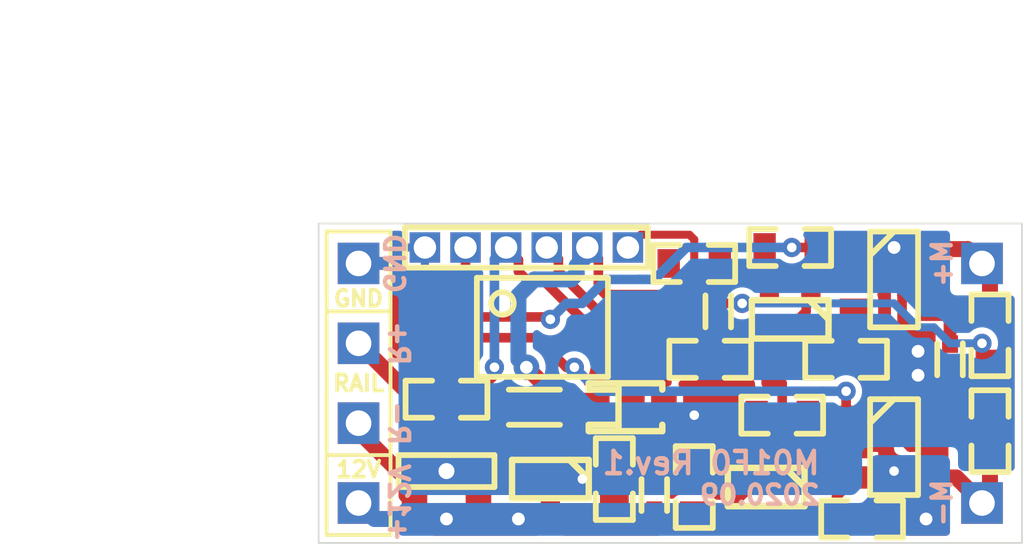
<source format=kicad_pcb>
(kicad_pcb (version 20171130) (host pcbnew "(5.1.6)-1")

  (general
    (thickness 0.6)
    (drawings 27)
    (tracks 286)
    (zones 0)
    (modules 30)
    (nets 21)
  )

  (page A4)
  (layers
    (0 F.Cu signal)
    (31 B.Cu signal)
    (32 B.Adhes user)
    (33 F.Adhes user)
    (34 B.Paste user)
    (35 F.Paste user)
    (36 B.SilkS user)
    (37 F.SilkS user)
    (38 B.Mask user)
    (39 F.Mask user)
    (40 Dwgs.User user)
    (41 Cmts.User user)
    (42 Eco1.User user)
    (43 Eco2.User user)
    (44 Edge.Cuts user)
    (45 Margin user)
    (46 B.CrtYd user)
    (47 F.CrtYd user)
    (48 B.Fab user)
    (49 F.Fab user hide)
  )

  (setup
    (last_trace_width 0.3)
    (user_trace_width 0.2)
    (user_trace_width 0.25)
    (user_trace_width 0.3)
    (user_trace_width 0.4)
    (user_trace_width 0.5)
    (user_trace_width 0.6)
    (user_trace_width 0.7)
    (trace_clearance 0.2)
    (zone_clearance 0.2)
    (zone_45_only no)
    (trace_min 0.2)
    (via_size 0.8)
    (via_drill 0.4)
    (via_min_size 0.4)
    (via_min_drill 0.3)
    (user_via 0.6 0.3)
    (user_via 0.8 0.4)
    (user_via 1 0.5)
    (uvia_size 0.3)
    (uvia_drill 0.1)
    (uvias_allowed no)
    (uvia_min_size 0.2)
    (uvia_min_drill 0.1)
    (edge_width 0.05)
    (segment_width 0.2)
    (pcb_text_width 0.3)
    (pcb_text_size 1.5 1.5)
    (mod_edge_width 0.12)
    (mod_text_size 1 1)
    (mod_text_width 0.15)
    (pad_size 1.2 0.9)
    (pad_drill 0)
    (pad_to_mask_clearance 0.05)
    (aux_axis_origin 0 0)
    (visible_elements 7FFFFF7F)
    (pcbplotparams
      (layerselection 0x010fc_ffffffff)
      (usegerberextensions false)
      (usegerberattributes true)
      (usegerberadvancedattributes true)
      (creategerberjobfile true)
      (excludeedgelayer true)
      (linewidth 0.100000)
      (plotframeref false)
      (viasonmask false)
      (mode 1)
      (useauxorigin false)
      (hpglpennumber 1)
      (hpglpenspeed 20)
      (hpglpendiameter 15.000000)
      (psnegative false)
      (psa4output false)
      (plotreference true)
      (plotvalue true)
      (plotinvisibletext false)
      (padsonsilk false)
      (subtractmaskfromsilk false)
      (outputformat 1)
      (mirror false)
      (drillshape 1)
      (scaleselection 1)
      (outputdirectory ""))
  )

  (net 0 "")
  (net 1 +12V)
  (net 2 GND)
  (net 3 +5V)
  (net 4 "Net-(C6-Pad1)")
  (net 5 MOTOR-)
  (net 6 MOTOR+)
  (net 7 RAIL+)
  (net 8 RAIL-)
  (net 9 PWM)
  (net 10 BEMF)
  (net 11 MOSI)
  (net 12 FUNC1)
  (net 13 REV)
  (net 14 FWD)
  (net 15 "Net-(Q3-Pad1)")
  (net 16 "Net-(D3-Pad1)")
  (net 17 "Net-(Q1-Pad3)")
  (net 18 "Net-(Q2-Pad3)")
  (net 19 "Net-(Q3-Pad2)")
  (net 20 "Net-(Q4-Pad2)")

  (net_class Default "This is the default net class."
    (clearance 0.2)
    (trace_width 0.25)
    (via_dia 0.8)
    (via_drill 0.4)
    (uvia_dia 0.3)
    (uvia_drill 0.1)
    (add_net +12V)
    (add_net +5V)
    (add_net BEMF)
    (add_net FUNC1)
    (add_net FWD)
    (add_net GND)
    (add_net MOSI)
    (add_net MOTOR+)
    (add_net MOTOR-)
    (add_net "Net-(C6-Pad1)")
    (add_net "Net-(D3-Pad1)")
    (add_net "Net-(Q1-Pad3)")
    (add_net "Net-(Q2-Pad3)")
    (add_net "Net-(Q3-Pad1)")
    (add_net "Net-(Q3-Pad2)")
    (add_net "Net-(Q4-Pad2)")
    (add_net PWM)
    (add_net RAIL+)
    (add_net RAIL-)
    (add_net REV)
  )

  (module footprint:TSSOP-8 (layer F.Cu) (tedit 5F54F3B3) (tstamp 5F5B9F56)
    (at 140 93.25)
    (path /5F59F09B)
    (fp_text reference U2 (at 0 -2.25) (layer F.SilkS) hide
      (effects (font (size 0.8 0.8) (thickness 0.14)))
    )
    (fp_text value ATtiny45-20SU (at 0 2.25) (layer F.Fab)
      (effects (font (size 0.8 0.8) (thickness 0.14)))
    )
    (fp_line (start 2.05 -1.55) (end 2.05 1.55) (layer F.SilkS) (width 0.18))
    (fp_line (start -2.05 -1.55) (end -2.05 1.55) (layer F.SilkS) (width 0.18))
    (fp_line (start 2.05 -1.55) (end -2.05 -1.55) (layer F.SilkS) (width 0.18))
    (fp_line (start -2.05 1.55) (end 2.05 1.55) (layer F.SilkS) (width 0.18))
    (fp_circle (center -1.25 -0.75) (end -1 -0.5) (layer F.SilkS) (width 0.18))
    (pad 1 smd rect (at -2.975 -0.975) (size 1.7 0.4) (layers F.Cu F.Paste F.Mask)
      (net 12 FUNC1))
    (pad 2 smd rect (at -2.975 -0.325) (size 1.7 0.4) (layers F.Cu F.Paste F.Mask)
      (net 13 REV))
    (pad 3 smd rect (at -2.975 0.325) (size 1.7 0.4) (layers F.Cu F.Paste F.Mask)
      (net 14 FWD))
    (pad 4 smd rect (at -2.975 0.975) (size 1.7 0.4) (layers F.Cu F.Paste F.Mask)
      (net 2 GND))
    (pad 5 smd rect (at 2.975 0.975) (size 1.7 0.4) (layers F.Cu F.Paste F.Mask)
      (net 11 MOSI))
    (pad 6 smd rect (at 2.975 0.325) (size 1.7 0.4) (layers F.Cu F.Paste F.Mask)
      (net 9 PWM))
    (pad 7 smd rect (at 2.975 -0.325) (size 1.7 0.4) (layers F.Cu F.Paste F.Mask)
      (net 10 BEMF))
    (pad 8 smd rect (at 2.975 -0.975) (size 1.7 0.4) (layers F.Cu F.Paste F.Mask)
      (net 3 +5V))
    (model ${KISYS3DMOD}/Package_SO.3dshapes/TSSOP-8_4.4x3mm_P0.65mm.step
      (at (xyz 0 0 0))
      (scale (xyz 1 1 1))
      (rotate (xyz 0 0 0))
    )
  )

  (module footprint:C_1005 (layer F.Cu) (tedit 5F54F243) (tstamp 5F5B97D6)
    (at 143.5 98.5 90)
    (path /5F595895)
    (attr smd)
    (fp_text reference C1 (at 0 1.1 90) (layer F.SilkS) hide
      (effects (font (size 0.8 0.8) (thickness 0.14)))
    )
    (fp_text value 104 (at 0 -1.1 90) (layer F.Fab) hide
      (effects (font (size 0.8 0.8) (thickness 0.14)))
    )
    (fp_line (start -0.5 -0.4) (end 0.5 -0.4) (layer F.SilkS) (width 0.18))
    (fp_line (start 0.5 0.4) (end -0.5 0.4) (layer F.SilkS) (width 0.18))
    (pad 1 smd rect (at -0.475 0 90) (size 0.55 0.5) (layers F.Cu F.Paste F.Mask)
      (net 1 +12V) (solder_mask_margin 0.1))
    (pad 2 smd rect (at 0.475 0 90) (size 0.55 0.5) (layers F.Cu F.Paste F.Mask)
      (net 2 GND) (solder_mask_margin 0.1))
    (model ${KISYS3DMOD}/Capacitor_SMD.3dshapes/C_0402_1005Metric.step
      (at (xyz 0 0 0))
      (scale (xyz 1 1 1))
      (rotate (xyz 0 0 0))
    )
  )

  (module footprint:C_1608 (layer F.Cu) (tedit 5F54F25B) (tstamp 5F60F337)
    (at 139.75 95.75 180)
    (path /5F5927FB)
    (attr smd)
    (fp_text reference C3 (at -0.25 1.25) (layer F.SilkS) hide
      (effects (font (size 0.8 0.8) (thickness 0.14)))
    )
    (fp_text value 226 (at 0 -1.25) (layer F.Fab) hide
      (effects (font (size 0.8 0.8) (thickness 0.14)))
    )
    (fp_line (start -0.8 -0.55) (end 0.8 -0.55) (layer F.SilkS) (width 0.18))
    (fp_line (start 0.8 0.55) (end -0.8 0.55) (layer F.SilkS) (width 0.18))
    (pad 1 smd rect (at -0.775 0 180) (size 0.8 0.8) (layers F.Cu F.Paste F.Mask)
      (net 3 +5V))
    (pad 2 smd rect (at 0.775 0 180) (size 0.8 0.8) (layers F.Cu F.Paste F.Mask)
      (net 2 GND))
    (model ${KISYS3DMOD}/Capacitor_SMD.3dshapes/C_0603_1608Metric.step
      (at (xyz 0 0 0))
      (scale (xyz 1 1 1))
      (rotate (xyz 0 0 0))
    )
  )

  (module footprint:C_1005 (layer F.Cu) (tedit 5F54F243) (tstamp 5F60E2C6)
    (at 145.5 92.75 270)
    (path /5F63625B)
    (attr smd)
    (fp_text reference C6 (at 0 1.1 90) (layer F.SilkS) hide
      (effects (font (size 0.8 0.8) (thickness 0.14)))
    )
    (fp_text value 104 (at 0 -1.1 90) (layer F.Fab) hide
      (effects (font (size 0.8 0.8) (thickness 0.14)))
    )
    (fp_line (start -0.5 -0.4) (end 0.5 -0.4) (layer F.SilkS) (width 0.18))
    (fp_line (start 0.5 0.4) (end -0.5 0.4) (layer F.SilkS) (width 0.18))
    (pad 1 smd rect (at -0.475 0 270) (size 0.55 0.5) (layers F.Cu F.Paste F.Mask)
      (net 4 "Net-(C6-Pad1)") (solder_mask_margin 0.1))
    (pad 2 smd rect (at 0.475 0 270) (size 0.55 0.5) (layers F.Cu F.Paste F.Mask)
      (net 2 GND) (solder_mask_margin 0.1))
    (model ${KISYS3DMOD}/Capacitor_SMD.3dshapes/C_0402_1005Metric.step
      (at (xyz 0 0 0))
      (scale (xyz 1 1 1))
      (rotate (xyz 0 0 0))
    )
  )

  (module footprint:SOT-143 (layer F.Cu) (tedit 5F622127) (tstamp 5F5B9812)
    (at 137 97.75 180)
    (path /5F58E9CC)
    (fp_text reference D1 (at -2.25 0 90) (layer F.SilkS) hide
      (effects (font (size 0.8 0.8) (thickness 0.14)))
    )
    (fp_text value BAS3007 (at 2.25 0 90) (layer F.Fab)
      (effects (font (size 0.8 0.8) (thickness 0.14)))
    )
    (fp_line (start -1.5 -0.5) (end -1.5 0.5) (layer F.SilkS) (width 0.18))
    (fp_line (start 1.5 0.5) (end -1.5 0.5) (layer F.SilkS) (width 0.18))
    (fp_line (start -1.5 -0.5) (end 1.5 -0.5) (layer F.SilkS) (width 0.18))
    (fp_line (start 1.5 -0.5) (end 1.5 0.5) (layer F.SilkS) (width 0.18))
    (pad 1 smd rect (at -0.8 1 180) (size 1.2 0.9) (layers F.Cu F.Paste F.Mask)
      (net 2 GND) (zone_connect 2))
    (pad 2 smd rect (at 1 1 180) (size 0.8 0.9) (layers F.Cu F.Paste F.Mask)
      (net 7 RAIL+))
    (pad 3 smd rect (at 1 -1 180) (size 0.8 0.9) (layers F.Cu F.Paste F.Mask)
      (net 8 RAIL-))
    (pad 4 smd rect (at -1 -1 180) (size 0.8 0.9) (layers F.Cu F.Paste F.Mask)
      (net 1 +12V) (zone_connect 2))
    (model ${KISYS3DMOD}/Package_TO_SOT_SMD.3dshapes/SOT-143.step
      (at (xyz 0 0 0))
      (scale (xyz 1 1 1))
      (rotate (xyz 0 0 -90))
    )
  )

  (module footprint:PAD_1.3x1.3_Hole0.8 (layer F.Cu) (tedit 588CB66E) (tstamp 5F5B982C)
    (at 134.25 93.75)
    (path /5F6541E2)
    (fp_text reference P1 (at 0 1.25) (layer F.SilkS) hide
      (effects (font (size 0.8 0.8) (thickness 0.14)))
    )
    (fp_text value PAD (at 0 -1.25) (layer F.Fab) hide
      (effects (font (size 0.8 0.8) (thickness 0.14)))
    )
    (pad 1 thru_hole rect (at 0 0) (size 1.3 1.3) (drill 0.8) (layers *.Cu *.Mask)
      (net 7 RAIL+))
  )

  (module footprint:PAD_1.3x1.3_Hole0.8 (layer F.Cu) (tedit 588CB66E) (tstamp 5F5B9831)
    (at 134.25 96.25)
    (path /5F654BA3)
    (fp_text reference P2 (at 0 1.25) (layer F.SilkS) hide
      (effects (font (size 0.8 0.8) (thickness 0.14)))
    )
    (fp_text value PAD (at 0 -1.25) (layer F.Fab) hide
      (effects (font (size 0.8 0.8) (thickness 0.14)))
    )
    (pad 1 thru_hole rect (at 0 0) (size 1.3 1.3) (drill 0.8) (layers *.Cu *.Mask)
      (net 8 RAIL-))
  )

  (module footprint:PAD_1.3x1.3_Hole0.8 (layer F.Cu) (tedit 588CB66E) (tstamp 5F5B9836)
    (at 153.75 91.25)
    (path /5F65504A)
    (fp_text reference P3 (at 0 1.25) (layer F.SilkS) hide
      (effects (font (size 0.8 0.8) (thickness 0.14)))
    )
    (fp_text value PAD (at 0 -1.25) (layer F.Fab) hide
      (effects (font (size 0.8 0.8) (thickness 0.14)))
    )
    (pad 1 thru_hole rect (at 0 0) (size 1.3 1.3) (drill 0.8) (layers *.Cu *.Mask)
      (net 6 MOTOR+))
  )

  (module footprint:PAD_1.3x1.3_Hole0.8 (layer F.Cu) (tedit 588CB66E) (tstamp 5F5B983B)
    (at 153.75 98.75)
    (path /5F655630)
    (fp_text reference P4 (at 0 1.25) (layer F.SilkS) hide
      (effects (font (size 0.8 0.8) (thickness 0.14)))
    )
    (fp_text value PAD (at 0 -1.25) (layer F.Fab) hide
      (effects (font (size 0.8 0.8) (thickness 0.14)))
    )
    (pad 1 thru_hole rect (at 0 0) (size 1.3 1.3) (drill 0.8) (layers *.Cu *.Mask)
      (net 5 MOTOR-))
  )

  (module footprint:PAD_1.3x1.3_Hole0.8 (layer F.Cu) (tedit 588CB66E) (tstamp 5F5B9840)
    (at 134.25 98.75)
    (path /5F656352)
    (fp_text reference P5 (at 0 1.25) (layer F.SilkS) hide
      (effects (font (size 0.8 0.8) (thickness 0.14)))
    )
    (fp_text value PAD (at 0 -1.25) (layer F.Fab) hide
      (effects (font (size 0.8 0.8) (thickness 0.14)))
    )
    (pad 1 thru_hole rect (at 0 0) (size 1.3 1.3) (drill 0.8) (layers *.Cu *.Mask)
      (net 1 +12V))
  )

  (module footprint:PAD_1.3x1.3_Hole0.8 (layer F.Cu) (tedit 588CB66E) (tstamp 5F5B9845)
    (at 134.25 91.25)
    (path /5F67F057)
    (fp_text reference P6 (at 0 1.25) (layer F.SilkS) hide
      (effects (font (size 0.8 0.8) (thickness 0.14)))
    )
    (fp_text value PAD (at 0 -1.25) (layer F.Fab) hide
      (effects (font (size 0.8 0.8) (thickness 0.14)))
    )
    (pad 1 thru_hole rect (at 0 0) (size 1.3 1.3) (drill 0.8) (layers *.Cu *.Mask)
      (net 2 GND))
  )

  (module footprint:PAD_PROG_6PIN_HOLE0.7 (layer F.Cu) (tedit 588CB55C) (tstamp 5F5B9853)
    (at 139.5 90.75 180)
    (path /5F59D973)
    (fp_text reference P9 (at 0 1.5) (layer F.SilkS) hide
      (effects (font (size 0.8 0.8) (thickness 0.14)))
    )
    (fp_text value PROG (at 0 -1.5) (layer F.Fab) hide
      (effects (font (size 0.8 0.8) (thickness 0.14)))
    )
    (fp_line (start -3.8 -0.63) (end 3.8 -0.63) (layer F.SilkS) (width 0.18))
    (fp_line (start 3.8 -0.63) (end 3.8 0.63) (layer F.SilkS) (width 0.18))
    (fp_line (start 3.8 0.63) (end -3.8 0.63) (layer F.SilkS) (width 0.18))
    (fp_line (start -3.8 -0.63) (end -3.8 0.63) (layer F.SilkS) (width 0.18))
    (pad 1 thru_hole rect (at -3.175 0 180) (size 0.95 0.95) (drill 0.7) (layers *.Cu *.Mask)
      (net 9 PWM))
    (pad 2 thru_hole rect (at -1.905 0 180) (size 0.95 0.95) (drill 0.7) (layers *.Cu *.Mask)
      (net 3 +5V))
    (pad 3 thru_hole rect (at -0.635 0 180) (size 0.95 0.95) (drill 0.7) (layers *.Cu *.Mask)
      (net 10 BEMF))
    (pad 4 thru_hole rect (at 0.635 0 180) (size 0.95 0.95) (drill 0.7) (layers *.Cu *.Mask)
      (net 11 MOSI))
    (pad 5 thru_hole rect (at 1.905 0 180) (size 0.95 0.95) (drill 0.7) (layers *.Cu *.Mask)
      (net 12 FUNC1))
    (pad 6 thru_hole rect (at 3.175 0 180) (size 0.95 0.95) (drill 0.7) (layers *.Cu *.Mask)
      (net 2 GND))
  )

  (module footprint:SOT-23-6 (layer F.Cu) (tedit 5F5B8D43) (tstamp 5F5B9862)
    (at 151 91.75 270)
    (path /5F5C0BB3)
    (fp_text reference Q1 (at -2.25 0) (layer F.SilkS) hide
      (effects (font (size 0.8 0.8) (thickness 0.14)))
    )
    (fp_text value DMG6601LVT (at 2.25 0) (layer F.Fab)
      (effects (font (size 0.8 0.8) (thickness 0.14)))
    )
    (fp_line (start -1.5 0) (end -0.75 0.75) (layer F.SilkS) (width 0.18))
    (fp_line (start -1.5 -0.75) (end 1.5 -0.75) (layer F.SilkS) (width 0.18))
    (fp_line (start 1.5 -0.75) (end 1.5 0.75) (layer F.SilkS) (width 0.18))
    (fp_line (start 1.5 0.75) (end -1.5 0.75) (layer F.SilkS) (width 0.18))
    (fp_line (start -1.5 -0.75) (end -1.5 0.75) (layer F.SilkS) (width 0.18))
    (pad 6 smd rect (at -0.95 -1.2 270) (size 0.7 1) (layers F.Cu F.Paste F.Mask)
      (net 6 MOTOR+))
    (pad 5 smd rect (at 0 -1.2 270) (size 0.7 1) (layers F.Cu F.Paste F.Mask)
      (net 2 GND))
    (pad 4 smd rect (at 0.95 -1.2 270) (size 0.7 1) (layers F.Cu F.Paste F.Mask)
      (net 6 MOTOR+))
    (pad 3 smd rect (at 0.95 1.2 270) (size 0.7 1) (layers F.Cu F.Paste F.Mask)
      (net 17 "Net-(Q1-Pad3)"))
    (pad 2 smd rect (at 0 1.2 270) (size 0.7 1) (layers F.Cu F.Paste F.Mask)
      (net 1 +12V))
    (pad 1 smd rect (at -0.95 1.2 270) (size 0.7 1) (layers F.Cu F.Paste F.Mask)
      (net 13 REV))
    (model ${KISYS3DMOD}/Package_TO_SOT_SMD.3dshapes/SOT-23-6.step
      (at (xyz 0 0 0))
      (scale (xyz 1 1 1))
      (rotate (xyz 0 0 90))
    )
  )

  (module footprint:SOT-23-6 (layer F.Cu) (tedit 5F5B8D43) (tstamp 5F5B9871)
    (at 151 97 270)
    (path /5F5E3AEF)
    (fp_text reference Q2 (at -2.25 0) (layer F.SilkS) hide
      (effects (font (size 0.8 0.8) (thickness 0.14)))
    )
    (fp_text value DMG6601LVT (at 2.25 0) (layer F.Fab)
      (effects (font (size 0.8 0.8) (thickness 0.14)))
    )
    (fp_line (start -1.5 -0.75) (end -1.5 0.75) (layer F.SilkS) (width 0.18))
    (fp_line (start 1.5 0.75) (end -1.5 0.75) (layer F.SilkS) (width 0.18))
    (fp_line (start 1.5 -0.75) (end 1.5 0.75) (layer F.SilkS) (width 0.18))
    (fp_line (start -1.5 -0.75) (end 1.5 -0.75) (layer F.SilkS) (width 0.18))
    (fp_line (start -1.5 0) (end -0.75 0.75) (layer F.SilkS) (width 0.18))
    (pad 1 smd rect (at -0.95 1.2 270) (size 0.7 1) (layers F.Cu F.Paste F.Mask)
      (net 14 FWD))
    (pad 2 smd rect (at 0 1.2 270) (size 0.7 1) (layers F.Cu F.Paste F.Mask)
      (net 1 +12V))
    (pad 3 smd rect (at 0.95 1.2 270) (size 0.7 1) (layers F.Cu F.Paste F.Mask)
      (net 18 "Net-(Q2-Pad3)"))
    (pad 4 smd rect (at 0.95 -1.2 270) (size 0.7 1) (layers F.Cu F.Paste F.Mask)
      (net 5 MOTOR-))
    (pad 5 smd rect (at 0 -1.2 270) (size 0.7 1) (layers F.Cu F.Paste F.Mask)
      (net 2 GND))
    (pad 6 smd rect (at -0.95 -1.2 270) (size 0.7 1) (layers F.Cu F.Paste F.Mask)
      (net 5 MOTOR-))
    (model ${KISYS3DMOD}/Package_TO_SOT_SMD.3dshapes/SOT-23-6.step
      (at (xyz 0 0 0))
      (scale (xyz 1 1 1))
      (rotate (xyz 0 0 90))
    )
  )

  (module footprint:SC-70 (layer F.Cu) (tedit 5D10EE32) (tstamp 5F5F7E7D)
    (at 147.75 93 180)
    (path /5F5C70E0)
    (attr smd)
    (fp_text reference Q3 (at 2 0 90) (layer F.SilkS) hide
      (effects (font (size 0.8 0.8) (thickness 0.15)))
    )
    (fp_text value 2SC4116 (at 0 -2) (layer F.Fab) hide
      (effects (font (size 0.7 0.7) (thickness 0.15)))
    )
    (fp_line (start 1.2 -0.6) (end 1.2 0.6) (layer F.SilkS) (width 0.2))
    (fp_line (start -1.2 -0.6) (end -1.2 0.6) (layer F.SilkS) (width 0.2))
    (fp_line (start 1.2 -0.6) (end -1.2 -0.6) (layer F.SilkS) (width 0.2))
    (fp_line (start -1.2 0.6) (end 1.2 0.6) (layer F.SilkS) (width 0.2))
    (fp_line (start -1.2 0) (end -0.6 0.6) (layer F.SilkS) (width 0.2))
    (pad 3 smd rect (at 0 -0.95 180) (size 0.6 0.8) (layers F.Cu F.Paste F.Mask)
      (net 17 "Net-(Q1-Pad3)"))
    (pad 2 smd rect (at 0.65 0.95 180) (size 0.6 0.8) (layers F.Cu F.Paste F.Mask)
      (net 19 "Net-(Q3-Pad2)"))
    (pad 1 smd rect (at -0.65 0.95 180) (size 0.6 0.8) (layers F.Cu F.Paste F.Mask)
      (net 15 "Net-(Q3-Pad1)"))
    (model ${KISYS3DMOD}/Package_TO_SOT_SMD.3dshapes/SOT-323_SC-70.step
      (at (xyz 0 0 0))
      (scale (xyz 1 1 1))
      (rotate (xyz 0 0 -90))
    )
  )

  (module footprint:SC-70 (layer F.Cu) (tedit 5D10EE32) (tstamp 5F5B9889)
    (at 147 98.25 180)
    (path /5F5F62AE)
    (attr smd)
    (fp_text reference Q4 (at 2 0 90) (layer F.SilkS) hide
      (effects (font (size 0.8 0.8) (thickness 0.15)))
    )
    (fp_text value 2SC4116 (at 0 -2) (layer F.Fab) hide
      (effects (font (size 0.7 0.7) (thickness 0.15)))
    )
    (fp_line (start -1.2 0) (end -0.6 0.6) (layer F.SilkS) (width 0.2))
    (fp_line (start -1.2 0.6) (end 1.2 0.6) (layer F.SilkS) (width 0.2))
    (fp_line (start 1.2 -0.6) (end -1.2 -0.6) (layer F.SilkS) (width 0.2))
    (fp_line (start -1.2 -0.6) (end -1.2 0.6) (layer F.SilkS) (width 0.2))
    (fp_line (start 1.2 -0.6) (end 1.2 0.6) (layer F.SilkS) (width 0.2))
    (pad 1 smd rect (at -0.65 0.95 180) (size 0.6 0.8) (layers F.Cu F.Paste F.Mask)
      (net 15 "Net-(Q3-Pad1)"))
    (pad 2 smd rect (at 0.65 0.95 180) (size 0.6 0.8) (layers F.Cu F.Paste F.Mask)
      (net 20 "Net-(Q4-Pad2)"))
    (pad 3 smd rect (at 0 -0.95 180) (size 0.6 0.8) (layers F.Cu F.Paste F.Mask)
      (net 18 "Net-(Q2-Pad3)"))
    (model ${KISYS3DMOD}/Package_TO_SOT_SMD.3dshapes/SOT-323_SC-70.step
      (at (xyz 0 0 0))
      (scale (xyz 1 1 1))
      (rotate (xyz 0 0 -90))
    )
  )

  (module footprint:R_1608 (layer F.Cu) (tedit 5F54F298) (tstamp 5F5B9C21)
    (at 137 95.5 180)
    (path /5F5A2071)
    (attr smd)
    (fp_text reference R1 (at 0 1.28) (layer F.SilkS) hide
      (effects (font (size 0.8 0.8) (thickness 0.14)))
    )
    (fp_text value 104 (at 0.05 -1.25) (layer F.Fab) hide
      (effects (font (size 0.8 0.8) (thickness 0.14)))
    )
    (fp_line (start -0.45 -0.58) (end -1.28 -0.58) (layer F.SilkS) (width 0.18))
    (fp_line (start -1.28 -0.58) (end -1.28 0.58) (layer F.SilkS) (width 0.18))
    (fp_line (start -1.28 0.58) (end -0.45 0.58) (layer F.SilkS) (width 0.18))
    (fp_line (start 0.45 -0.58) (end 1.28 -0.58) (layer F.SilkS) (width 0.18))
    (fp_line (start 1.28 -0.58) (end 1.28 0.58) (layer F.SilkS) (width 0.18))
    (fp_line (start 1.28 0.58) (end 0.45 0.58) (layer F.SilkS) (width 0.18))
    (pad 2 smd rect (at 0.8 0 180) (size 0.7 0.9) (layers F.Cu F.Paste F.Mask)
      (net 7 RAIL+))
    (pad 1 smd rect (at -0.8 0 180) (size 0.7 0.9) (layers F.Cu F.Paste F.Mask)
      (net 11 MOSI))
    (model Resistors_SMD.3dshapes/R_0603.wrl
      (at (xyz 0 0 0))
      (scale (xyz 1 1 1))
      (rotate (xyz 0 0 0))
    )
    (model ${KISYS3DMOD}/Resistor_SMD.3dshapes/R_0603_1608Metric.step
      (at (xyz 0 0 0))
      (scale (xyz 1 1 1))
      (rotate (xyz 0 0 0))
    )
  )

  (module footprint:R_1608 (layer F.Cu) (tedit 5F61A690) (tstamp 5F5B98A1)
    (at 149.5 94.25 180)
    (path /5F5C2663)
    (attr smd)
    (fp_text reference R2 (at 0 1.28) (layer F.SilkS) hide
      (effects (font (size 0.8 0.8) (thickness 0.14)))
    )
    (fp_text value 102 (at 0.05 -1.25) (layer F.Fab) hide
      (effects (font (size 0.8 0.8) (thickness 0.14)))
    )
    (fp_line (start 1.28 0.58) (end 0.45 0.58) (layer F.SilkS) (width 0.18))
    (fp_line (start 1.28 -0.58) (end 1.28 0.58) (layer F.SilkS) (width 0.18))
    (fp_line (start 0.45 -0.58) (end 1.28 -0.58) (layer F.SilkS) (width 0.18))
    (fp_line (start -1.28 0.58) (end -0.45 0.58) (layer F.SilkS) (width 0.18))
    (fp_line (start -1.28 -0.58) (end -1.28 0.58) (layer F.SilkS) (width 0.18))
    (fp_line (start -0.45 -0.58) (end -1.28 -0.58) (layer F.SilkS) (width 0.18))
    (pad 1 smd rect (at -0.8 0 180) (size 0.7 0.9) (layers F.Cu F.Paste F.Mask)
      (net 1 +12V) (zone_connect 2))
    (pad 2 smd rect (at 0.8 0 180) (size 0.7 0.9) (layers F.Cu F.Paste F.Mask)
      (net 17 "Net-(Q1-Pad3)"))
    (model Resistors_SMD.3dshapes/R_0603.wrl
      (at (xyz 0 0 0))
      (scale (xyz 1 1 1))
      (rotate (xyz 0 0 0))
    )
    (model ${KISYS3DMOD}/Resistor_SMD.3dshapes/R_0603_1608Metric.step
      (at (xyz 0 0 0))
      (scale (xyz 1 1 1))
      (rotate (xyz 0 0 0))
    )
  )

  (module footprint:R_1608 (layer F.Cu) (tedit 5F54F298) (tstamp 5F5F6D9C)
    (at 150 99.25 180)
    (path /5F5F1F52)
    (attr smd)
    (fp_text reference R3 (at 0 1.28) (layer F.SilkS) hide
      (effects (font (size 0.8 0.8) (thickness 0.14)))
    )
    (fp_text value 102 (at 0.05 -1.25) (layer F.Fab) hide
      (effects (font (size 0.8 0.8) (thickness 0.14)))
    )
    (fp_line (start -0.45 -0.58) (end -1.28 -0.58) (layer F.SilkS) (width 0.18))
    (fp_line (start -1.28 -0.58) (end -1.28 0.58) (layer F.SilkS) (width 0.18))
    (fp_line (start -1.28 0.58) (end -0.45 0.58) (layer F.SilkS) (width 0.18))
    (fp_line (start 0.45 -0.58) (end 1.28 -0.58) (layer F.SilkS) (width 0.18))
    (fp_line (start 1.28 -0.58) (end 1.28 0.58) (layer F.SilkS) (width 0.18))
    (fp_line (start 1.28 0.58) (end 0.45 0.58) (layer F.SilkS) (width 0.18))
    (pad 2 smd rect (at 0.8 0 180) (size 0.7 0.9) (layers F.Cu F.Paste F.Mask)
      (net 18 "Net-(Q2-Pad3)"))
    (pad 1 smd rect (at -0.8 0 180) (size 0.7 0.9) (layers F.Cu F.Paste F.Mask)
      (net 1 +12V))
    (model Resistors_SMD.3dshapes/R_0603.wrl
      (at (xyz 0 0 0))
      (scale (xyz 1 1 1))
      (rotate (xyz 0 0 0))
    )
    (model ${KISYS3DMOD}/Resistor_SMD.3dshapes/R_0603_1608Metric.step
      (at (xyz 0 0 0))
      (scale (xyz 1 1 1))
      (rotate (xyz 0 0 0))
    )
  )

  (module footprint:R_1608 (layer F.Cu) (tedit 5F54F298) (tstamp 5F5B98B9)
    (at 147.75 90.75)
    (path /5F5CE947)
    (attr smd)
    (fp_text reference R4 (at 0 1.28) (layer F.SilkS) hide
      (effects (font (size 0.8 0.8) (thickness 0.14)))
    )
    (fp_text value 331 (at 0.05 -1.25) (layer F.Fab) hide
      (effects (font (size 0.8 0.8) (thickness 0.14)))
    )
    (fp_line (start -0.45 -0.58) (end -1.28 -0.58) (layer F.SilkS) (width 0.18))
    (fp_line (start -1.28 -0.58) (end -1.28 0.58) (layer F.SilkS) (width 0.18))
    (fp_line (start -1.28 0.58) (end -0.45 0.58) (layer F.SilkS) (width 0.18))
    (fp_line (start 0.45 -0.58) (end 1.28 -0.58) (layer F.SilkS) (width 0.18))
    (fp_line (start 1.28 -0.58) (end 1.28 0.58) (layer F.SilkS) (width 0.18))
    (fp_line (start 1.28 0.58) (end 0.45 0.58) (layer F.SilkS) (width 0.18))
    (pad 2 smd rect (at 0.8 0) (size 0.7 0.9) (layers F.Cu F.Paste F.Mask)
      (net 13 REV))
    (pad 1 smd rect (at -0.8 0) (size 0.7 0.9) (layers F.Cu F.Paste F.Mask)
      (net 19 "Net-(Q3-Pad2)"))
    (model Resistors_SMD.3dshapes/R_0603.wrl
      (at (xyz 0 0 0))
      (scale (xyz 1 1 1))
      (rotate (xyz 0 0 0))
    )
    (model ${KISYS3DMOD}/Resistor_SMD.3dshapes/R_0603_1608Metric.step
      (at (xyz 0 0 0))
      (scale (xyz 1 1 1))
      (rotate (xyz 0 0 0))
    )
  )

  (module footprint:R_1608 (layer F.Cu) (tedit 5F54F298) (tstamp 5F5F74E3)
    (at 147.5 96)
    (path /5F5CF1BB)
    (attr smd)
    (fp_text reference R5 (at 0 1.28) (layer F.SilkS) hide
      (effects (font (size 0.8 0.8) (thickness 0.14)))
    )
    (fp_text value 331 (at 0.05 -1.25) (layer F.Fab) hide
      (effects (font (size 0.8 0.8) (thickness 0.14)))
    )
    (fp_line (start 1.28 0.58) (end 0.45 0.58) (layer F.SilkS) (width 0.18))
    (fp_line (start 1.28 -0.58) (end 1.28 0.58) (layer F.SilkS) (width 0.18))
    (fp_line (start 0.45 -0.58) (end 1.28 -0.58) (layer F.SilkS) (width 0.18))
    (fp_line (start -1.28 0.58) (end -0.45 0.58) (layer F.SilkS) (width 0.18))
    (fp_line (start -1.28 -0.58) (end -1.28 0.58) (layer F.SilkS) (width 0.18))
    (fp_line (start -0.45 -0.58) (end -1.28 -0.58) (layer F.SilkS) (width 0.18))
    (pad 1 smd rect (at -0.8 0) (size 0.7 0.9) (layers F.Cu F.Paste F.Mask)
      (net 20 "Net-(Q4-Pad2)"))
    (pad 2 smd rect (at 0.8 0) (size 0.7 0.9) (layers F.Cu F.Paste F.Mask)
      (net 14 FWD))
    (model Resistors_SMD.3dshapes/R_0603.wrl
      (at (xyz 0 0 0))
      (scale (xyz 1 1 1))
      (rotate (xyz 0 0 0))
    )
    (model ${KISYS3DMOD}/Resistor_SMD.3dshapes/R_0603_1608Metric.step
      (at (xyz 0 0 0))
      (scale (xyz 1 1 1))
      (rotate (xyz 0 0 0))
    )
  )

  (module footprint:R_1608 (layer F.Cu) (tedit 5F54F298) (tstamp 5F5B98D1)
    (at 154 93.5 90)
    (path /5F62A1D5)
    (attr smd)
    (fp_text reference R8 (at 0 1.28 90) (layer F.SilkS) hide
      (effects (font (size 0.8 0.8) (thickness 0.14)))
    )
    (fp_text value 103 (at 0.05 -1.25 90) (layer F.Fab) hide
      (effects (font (size 0.8 0.8) (thickness 0.14)))
    )
    (fp_line (start 1.28 0.58) (end 0.45 0.58) (layer F.SilkS) (width 0.18))
    (fp_line (start 1.28 -0.58) (end 1.28 0.58) (layer F.SilkS) (width 0.18))
    (fp_line (start 0.45 -0.58) (end 1.28 -0.58) (layer F.SilkS) (width 0.18))
    (fp_line (start -1.28 0.58) (end -0.45 0.58) (layer F.SilkS) (width 0.18))
    (fp_line (start -1.28 -0.58) (end -1.28 0.58) (layer F.SilkS) (width 0.18))
    (fp_line (start -0.45 -0.58) (end -1.28 -0.58) (layer F.SilkS) (width 0.18))
    (pad 1 smd rect (at -0.8 0 90) (size 0.7 0.9) (layers F.Cu F.Paste F.Mask)
      (net 4 "Net-(C6-Pad1)"))
    (pad 2 smd rect (at 0.8 0 90) (size 0.7 0.9) (layers F.Cu F.Paste F.Mask)
      (net 6 MOTOR+))
    (model Resistors_SMD.3dshapes/R_0603.wrl
      (at (xyz 0 0 0))
      (scale (xyz 1 1 1))
      (rotate (xyz 0 0 0))
    )
    (model ${KISYS3DMOD}/Resistor_SMD.3dshapes/R_0603_1608Metric.step
      (at (xyz 0 0 0))
      (scale (xyz 1 1 1))
      (rotate (xyz 0 0 0))
    )
  )

  (module footprint:R_1608 (layer F.Cu) (tedit 5F54F298) (tstamp 5F5B98DD)
    (at 154 96.5 270)
    (path /5F62A845)
    (attr smd)
    (fp_text reference R9 (at 0 1.28 90) (layer F.SilkS) hide
      (effects (font (size 0.8 0.8) (thickness 0.14)))
    )
    (fp_text value 103 (at 0.05 -1.25 90) (layer F.Fab) hide
      (effects (font (size 0.8 0.8) (thickness 0.14)))
    )
    (fp_line (start -0.45 -0.58) (end -1.28 -0.58) (layer F.SilkS) (width 0.18))
    (fp_line (start -1.28 -0.58) (end -1.28 0.58) (layer F.SilkS) (width 0.18))
    (fp_line (start -1.28 0.58) (end -0.45 0.58) (layer F.SilkS) (width 0.18))
    (fp_line (start 0.45 -0.58) (end 1.28 -0.58) (layer F.SilkS) (width 0.18))
    (fp_line (start 1.28 -0.58) (end 1.28 0.58) (layer F.SilkS) (width 0.18))
    (fp_line (start 1.28 0.58) (end 0.45 0.58) (layer F.SilkS) (width 0.18))
    (pad 2 smd rect (at 0.8 0 270) (size 0.7 0.9) (layers F.Cu F.Paste F.Mask)
      (net 5 MOTOR-))
    (pad 1 smd rect (at -0.8 0 270) (size 0.7 0.9) (layers F.Cu F.Paste F.Mask)
      (net 4 "Net-(C6-Pad1)"))
    (model Resistors_SMD.3dshapes/R_0603.wrl
      (at (xyz 0 0 0))
      (scale (xyz 1 1 1))
      (rotate (xyz 0 0 0))
    )
    (model ${KISYS3DMOD}/Resistor_SMD.3dshapes/R_0603_1608Metric.step
      (at (xyz 0 0 0))
      (scale (xyz 1 1 1))
      (rotate (xyz 0 0 0))
    )
  )

  (module footprint:R_1608 (layer F.Cu) (tedit 5F54F298) (tstamp 5F60E46F)
    (at 144.75 91.25)
    (path /5F63CB28)
    (attr smd)
    (fp_text reference R10 (at 0 1.28) (layer F.SilkS) hide
      (effects (font (size 0.8 0.8) (thickness 0.14)))
    )
    (fp_text value 102 (at 0.05 -1.25) (layer F.Fab) hide
      (effects (font (size 0.8 0.8) (thickness 0.14)))
    )
    (fp_line (start 1.28 0.58) (end 0.45 0.58) (layer F.SilkS) (width 0.18))
    (fp_line (start 1.28 -0.58) (end 1.28 0.58) (layer F.SilkS) (width 0.18))
    (fp_line (start 0.45 -0.58) (end 1.28 -0.58) (layer F.SilkS) (width 0.18))
    (fp_line (start -1.28 0.58) (end -0.45 0.58) (layer F.SilkS) (width 0.18))
    (fp_line (start -1.28 -0.58) (end -1.28 0.58) (layer F.SilkS) (width 0.18))
    (fp_line (start -0.45 -0.58) (end -1.28 -0.58) (layer F.SilkS) (width 0.18))
    (pad 1 smd rect (at -0.8 0) (size 0.7 0.9) (layers F.Cu F.Paste F.Mask)
      (net 10 BEMF))
    (pad 2 smd rect (at 0.8 0) (size 0.7 0.9) (layers F.Cu F.Paste F.Mask)
      (net 4 "Net-(C6-Pad1)"))
    (model Resistors_SMD.3dshapes/R_0603.wrl
      (at (xyz 0 0 0))
      (scale (xyz 1 1 1))
      (rotate (xyz 0 0 0))
    )
    (model ${KISYS3DMOD}/Resistor_SMD.3dshapes/R_0603_1608Metric.step
      (at (xyz 0 0 0))
      (scale (xyz 1 1 1))
      (rotate (xyz 0 0 0))
    )
  )

  (module footprint:UMD2 (layer F.Cu) (tedit 5F54F3EA) (tstamp 5F5F6E02)
    (at 142.75 95.75 180)
    (path /5F5EE0C4)
    (attr smd)
    (fp_text reference D3 (at 0 1.5) (layer F.SilkS) hide
      (effects (font (size 0.8 0.8) (thickness 0.14)))
    )
    (fp_text value UDZV5.1B (at 0 -1.5) (layer F.SilkS) hide
      (effects (font (size 0.8 0.8) (thickness 0.14)))
    )
    (fp_line (start 0.37 0.55) (end 1.3 0.55) (layer F.SilkS) (width 0.2))
    (fp_line (start 0.37 -0.55) (end 1.3 -0.55) (layer F.SilkS) (width 0.2))
    (fp_line (start 0.37 -0.75) (end 0.37 0.75) (layer F.SilkS) (width 0.2))
    (fp_line (start -1 0.55) (end -1 0.75) (layer F.SilkS) (width 0.2))
    (fp_line (start -1 0.75) (end 1.3 0.75) (layer F.SilkS) (width 0.2))
    (fp_line (start 1.3 0.75) (end 1.3 0.55) (layer F.SilkS) (width 0.2))
    (fp_line (start -1 -0.55) (end -1 -0.75) (layer F.SilkS) (width 0.2))
    (fp_line (start -1 -0.75) (end 1.3 -0.75) (layer F.SilkS) (width 0.2))
    (fp_line (start 1.3 -0.75) (end 1.3 -0.55) (layer F.SilkS) (width 0.2))
    (pad 2 smd rect (at -1.05 0 180) (size 0.8 0.9) (layers F.Cu F.Paste F.Mask)
      (net 2 GND))
    (pad 1 smd rect (at 1.05 0 180) (size 0.8 0.9) (layers F.Cu F.Paste F.Mask)
      (net 16 "Net-(D3-Pad1)"))
    (model Diodes_SMD.3dshapes/SOD-323.wrl
      (at (xyz 0 0 0))
      (scale (xyz 1 1 1))
      (rotate (xyz 0 0 0))
    )
    (model Diodes_SMD.3dshapes/D_SOD-323.wrl
      (at (xyz 0 0 0))
      (scale (xyz 1 1 1))
      (rotate (xyz 0 0 0))
    )
    (model ${KISYS3DMOD}/Diode_SMD.3dshapes/D_SOD-323.wrl
      (at (xyz 0 0 0))
      (scale (xyz 1 1 1))
      (rotate (xyz 0 0 180))
    )
  )

  (module footprint:SC-70 (layer F.Cu) (tedit 5D10EE32) (tstamp 5F64D328)
    (at 140.25 98 180)
    (path /5F5EE851)
    (attr smd)
    (fp_text reference Q5 (at 2 0 90) (layer F.SilkS) hide
      (effects (font (size 0.8 0.8) (thickness 0.15)))
    )
    (fp_text value 2SC4116 (at 0 -2) (layer F.Fab) hide
      (effects (font (size 0.7 0.7) (thickness 0.15)))
    )
    (fp_line (start 1.2 -0.6) (end 1.2 0.6) (layer F.SilkS) (width 0.2))
    (fp_line (start -1.2 -0.6) (end -1.2 0.6) (layer F.SilkS) (width 0.2))
    (fp_line (start 1.2 -0.6) (end -1.2 -0.6) (layer F.SilkS) (width 0.2))
    (fp_line (start -1.2 0.6) (end 1.2 0.6) (layer F.SilkS) (width 0.2))
    (fp_line (start -1.2 0) (end -0.6 0.6) (layer F.SilkS) (width 0.2))
    (pad 1 smd rect (at -0.65 0.95 180) (size 0.6 0.8) (layers F.Cu F.Paste F.Mask)
      (net 16 "Net-(D3-Pad1)"))
    (pad 2 smd rect (at 0.65 0.95 180) (size 0.6 0.8) (layers F.Cu F.Paste F.Mask)
      (net 3 +5V))
    (pad 3 smd rect (at 0 -0.95 180) (size 0.6 0.8) (layers F.Cu F.Paste F.Mask)
      (net 1 +12V))
    (model ${KISYS3DMOD}/Package_TO_SOT_SMD.3dshapes/SOT-323_SC-70.step
      (at (xyz 0 0 0))
      (scale (xyz 1 1 1))
      (rotate (xyz 0 0 -90))
    )
  )

  (module footprint:R_1608 (layer F.Cu) (tedit 5F54F298) (tstamp 5F60ECEA)
    (at 145.25 94.25)
    (path /5F611CFB)
    (attr smd)
    (fp_text reference R6 (at 0 1.28) (layer F.SilkS) hide
      (effects (font (size 0.8 0.8) (thickness 0.14)))
    )
    (fp_text value 102 (at 0.05 -1.25) (layer F.Fab) hide
      (effects (font (size 0.8 0.8) (thickness 0.14)))
    )
    (fp_line (start 1.28 0.58) (end 0.45 0.58) (layer F.SilkS) (width 0.18))
    (fp_line (start 1.28 -0.58) (end 1.28 0.58) (layer F.SilkS) (width 0.18))
    (fp_line (start 0.45 -0.58) (end 1.28 -0.58) (layer F.SilkS) (width 0.18))
    (fp_line (start -1.28 0.58) (end -0.45 0.58) (layer F.SilkS) (width 0.18))
    (fp_line (start -1.28 -0.58) (end -1.28 0.58) (layer F.SilkS) (width 0.18))
    (fp_line (start -0.45 -0.58) (end -1.28 -0.58) (layer F.SilkS) (width 0.18))
    (pad 2 smd rect (at 0.8 0) (size 0.7 0.9) (layers F.Cu F.Paste F.Mask)
      (net 15 "Net-(Q3-Pad1)"))
    (pad 1 smd rect (at -0.8 0) (size 0.7 0.9) (layers F.Cu F.Paste F.Mask)
      (net 9 PWM))
    (model Resistors_SMD.3dshapes/R_0603.wrl
      (at (xyz 0 0 0))
      (scale (xyz 1 1 1))
      (rotate (xyz 0 0 0))
    )
    (model ${KISYS3DMOD}/Resistor_SMD.3dshapes/R_0603_1608Metric.step
      (at (xyz 0 0 0))
      (scale (xyz 1 1 1))
      (rotate (xyz 0 0 0))
    )
  )

  (module footprint:R_1608 (layer F.Cu) (tedit 5F54F298) (tstamp 5F5F7715)
    (at 144.75 98.25 90)
    (path /5F612018)
    (attr smd)
    (fp_text reference R7 (at 0 1.28 90) (layer F.SilkS) hide
      (effects (font (size 0.8 0.8) (thickness 0.14)))
    )
    (fp_text value 102 (at 0.05 -1.25 90) (layer F.Fab) hide
      (effects (font (size 0.8 0.8) (thickness 0.14)))
    )
    (fp_line (start -0.45 -0.58) (end -1.28 -0.58) (layer F.SilkS) (width 0.18))
    (fp_line (start -1.28 -0.58) (end -1.28 0.58) (layer F.SilkS) (width 0.18))
    (fp_line (start -1.28 0.58) (end -0.45 0.58) (layer F.SilkS) (width 0.18))
    (fp_line (start 0.45 -0.58) (end 1.28 -0.58) (layer F.SilkS) (width 0.18))
    (fp_line (start 1.28 -0.58) (end 1.28 0.58) (layer F.SilkS) (width 0.18))
    (fp_line (start 1.28 0.58) (end 0.45 0.58) (layer F.SilkS) (width 0.18))
    (pad 1 smd rect (at -0.8 0 90) (size 0.7 0.9) (layers F.Cu F.Paste F.Mask)
      (net 15 "Net-(Q3-Pad1)"))
    (pad 2 smd rect (at 0.8 0 90) (size 0.7 0.9) (layers F.Cu F.Paste F.Mask)
      (net 2 GND))
    (model Resistors_SMD.3dshapes/R_0603.wrl
      (at (xyz 0 0 0))
      (scale (xyz 1 1 1))
      (rotate (xyz 0 0 0))
    )
    (model ${KISYS3DMOD}/Resistor_SMD.3dshapes/R_0603_1608Metric.step
      (at (xyz 0 0 0))
      (scale (xyz 1 1 1))
      (rotate (xyz 0 0 0))
    )
  )

  (module footprint:C_1005 (layer F.Cu) (tedit 5F54F243) (tstamp 5F60CFCF)
    (at 152.75 94.25 270)
    (path /5F6559B1)
    (attr smd)
    (fp_text reference C7 (at 0 1.1 90) (layer F.SilkS) hide
      (effects (font (size 0.8 0.8) (thickness 0.14)))
    )
    (fp_text value 104 (at 0 -1.1 90) (layer F.Fab) hide
      (effects (font (size 0.8 0.8) (thickness 0.14)))
    )
    (fp_line (start -0.5 -0.4) (end 0.5 -0.4) (layer F.SilkS) (width 0.18))
    (fp_line (start 0.5 0.4) (end -0.5 0.4) (layer F.SilkS) (width 0.18))
    (pad 1 smd rect (at -0.475 0 270) (size 0.55 0.5) (layers F.Cu F.Paste F.Mask)
      (net 6 MOTOR+) (solder_mask_margin 0.1))
    (pad 2 smd rect (at 0.475 0 270) (size 0.55 0.5) (layers F.Cu F.Paste F.Mask)
      (net 5 MOTOR-) (solder_mask_margin 0.1))
    (model ${KISYS3DMOD}/Capacitor_SMD.3dshapes/C_0402_1005Metric.step
      (at (xyz 0 0 0))
      (scale (xyz 1 1 1))
      (rotate (xyz 0 0 0))
    )
  )

  (module footprint:R_1608 (layer F.Cu) (tedit 5F54F298) (tstamp 5F61A4A4)
    (at 142.25 98 90)
    (path /5F5EDAF9)
    (attr smd)
    (fp_text reference R11 (at 0 1.28 90) (layer F.SilkS) hide
      (effects (font (size 0.8 0.8) (thickness 0.14)))
    )
    (fp_text value 103 (at 0.05 -1.25 90) (layer F.Fab) hide
      (effects (font (size 0.8 0.8) (thickness 0.14)))
    )
    (fp_line (start 1.28 0.58) (end 0.45 0.58) (layer F.SilkS) (width 0.18))
    (fp_line (start 1.28 -0.58) (end 1.28 0.58) (layer F.SilkS) (width 0.18))
    (fp_line (start 0.45 -0.58) (end 1.28 -0.58) (layer F.SilkS) (width 0.18))
    (fp_line (start -1.28 0.58) (end -0.45 0.58) (layer F.SilkS) (width 0.18))
    (fp_line (start -1.28 -0.58) (end -1.28 0.58) (layer F.SilkS) (width 0.18))
    (fp_line (start -0.45 -0.58) (end -1.28 -0.58) (layer F.SilkS) (width 0.18))
    (pad 1 smd rect (at -0.8 0 90) (size 0.7 0.9) (layers F.Cu F.Paste F.Mask)
      (net 1 +12V))
    (pad 2 smd rect (at 0.8 0 90) (size 0.7 0.9) (layers F.Cu F.Paste F.Mask)
      (net 16 "Net-(D3-Pad1)"))
    (model Resistors_SMD.3dshapes/R_0603.wrl
      (at (xyz 0 0 0))
      (scale (xyz 1 1 1))
      (rotate (xyz 0 0 0))
    )
    (model ${KISYS3DMOD}/Resistor_SMD.3dshapes/R_0603_1608Metric.step
      (at (xyz 0 0 0))
      (scale (xyz 1 1 1))
      (rotate (xyz 0 0 0))
    )
  )

  (gr_text 12V (at 134.25 97.7) (layer F.SilkS)
    (effects (font (size 0.5 0.5) (thickness 0.12)))
  )
  (gr_text GND (at 134.25 92.35) (layer F.SilkS)
    (effects (font (size 0.5 0.5) (thickness 0.12)))
  )
  (gr_line (start 133.25 99.75) (end 133.25 97.5) (layer F.SilkS) (width 0.12) (tstamp 5F6223E8))
  (gr_line (start 135.25 99.75) (end 133.25 99.75) (layer F.SilkS) (width 0.12))
  (gr_line (start 135.25 97.5) (end 135.25 99.75) (layer F.SilkS) (width 0.12))
  (gr_line (start 135.25 97.5) (end 135.25 92.5) (layer F.SilkS) (width 0.12) (tstamp 5F6223E2))
  (gr_line (start 133.25 97.25) (end 135.25 97.25) (layer F.SilkS) (width 0.12))
  (gr_line (start 133.25 92.5) (end 133.25 97.5) (layer F.SilkS) (width 0.12))
  (gr_line (start 133.25 90.25) (end 133.25 92.5) (layer F.SilkS) (width 0.12) (tstamp 5F6223DC))
  (gr_line (start 135.25 90.25) (end 133.25 90.25) (layer F.SilkS) (width 0.12))
  (gr_line (start 135.25 92.5) (end 135.25 90.25) (layer F.SilkS) (width 0.12))
  (gr_line (start 133.25 92.75) (end 135.25 92.75) (layer F.SilkS) (width 0.12))
  (gr_text 2020.09 (at 148.75 98.5) (layer B.SilkS)
    (effects (font (size 0.6 0.6) (thickness 0.14)) (justify left mirror))
  )
  (gr_text "M01F0 Rev.1" (at 148.75 97.5) (layer B.SilkS)
    (effects (font (size 0.7 0.7) (thickness 0.14)) (justify left mirror))
  )
  (gr_text M- (at 152.5 98.75 90) (layer B.SilkS)
    (effects (font (size 0.6 0.6) (thickness 0.14)) (justify mirror))
  )
  (gr_text M+ (at 152.5 91.25 90) (layer B.SilkS)
    (effects (font (size 0.6 0.6) (thickness 0.14)) (justify mirror))
  )
  (gr_text +12V (at 135.5 98.75 270) (layer B.SilkS)
    (effects (font (size 0.6 0.6) (thickness 0.14)) (justify mirror))
  )
  (gr_text R+ (at 135.5 93.75 270) (layer B.SilkS) (tstamp 5F6222DF)
    (effects (font (size 0.6 0.6) (thickness 0.14)) (justify mirror))
  )
  (gr_text R- (at 135.5 96.25 270) (layer B.SilkS)
    (effects (font (size 0.6 0.6) (thickness 0.14)) (justify mirror))
  )
  (gr_text RAIL (at 134.25 95) (layer F.SilkS)
    (effects (font (size 0.5 0.5) (thickness 0.12)))
  )
  (gr_text GND (at 135.35 91.25 270) (layer B.SilkS)
    (effects (font (size 0.6 0.6) (thickness 0.14)) (justify mirror))
  )
  (gr_line (start 155 90) (end 133 90) (layer Edge.Cuts) (width 0.05) (tstamp 5F5B91EE))
  (gr_line (start 155 100) (end 155 90) (layer Edge.Cuts) (width 0.05))
  (gr_line (start 133 100) (end 155 100) (layer Edge.Cuts) (width 0.05))
  (gr_line (start 133 90) (end 133 100) (layer Edge.Cuts) (width 0.05))
  (dimension 22 (width 0.15) (layer Eco1.User)
    (gr_text "22.000 mm" (at 144 83.7) (layer Eco1.User)
      (effects (font (size 1 1) (thickness 0.15)))
    )
    (feature1 (pts (xy 155 87) (xy 155 84.413579)))
    (feature2 (pts (xy 133 87) (xy 133 84.413579)))
    (crossbar (pts (xy 133 85) (xy 155 85)))
    (arrow1a (pts (xy 155 85) (xy 153.873496 85.586421)))
    (arrow1b (pts (xy 155 85) (xy 153.873496 84.413579)))
    (arrow2a (pts (xy 133 85) (xy 134.126504 85.586421)))
    (arrow2b (pts (xy 133 85) (xy 134.126504 84.413579)))
  )
  (dimension 10 (width 0.15) (layer Eco1.User)
    (gr_text "10.000 mm" (at 126.7 95 90) (layer Eco1.User)
      (effects (font (size 1 1) (thickness 0.15)))
    )
    (feature1 (pts (xy 130 90) (xy 127.413579 90)))
    (feature2 (pts (xy 130 100) (xy 127.413579 100)))
    (crossbar (pts (xy 128 100) (xy 128 90)))
    (arrow1a (pts (xy 128 90) (xy 128.586421 91.126504)))
    (arrow1b (pts (xy 128 90) (xy 127.413579 91.126504)))
    (arrow2a (pts (xy 128 100) (xy 128.586421 98.873496)))
    (arrow2b (pts (xy 128 100) (xy 127.413579 98.873496)))
  )

  (via (at 137 99.25) (size 0.8) (drill 0.4) (layers F.Cu B.Cu) (net 1))
  (via (at 139.25 99.25) (size 0.8) (drill 0.4) (layers F.Cu B.Cu) (net 1))
  (segment (start 149.8 91.7) (end 149.55 91.7) (width 0.3) (layer F.Cu) (net 1))
  (segment (start 150.75 92) (end 150.5 91.75) (width 0.3) (layer F.Cu) (net 1))
  (segment (start 150.5 91.75) (end 149.8 91.75) (width 0.3) (layer F.Cu) (net 1))
  (segment (start 150.75 96.5) (end 150.75 96.75) (width 0.3) (layer F.Cu) (net 1))
  (segment (start 150.5 97) (end 149.8 97) (width 0.3) (layer F.Cu) (net 1))
  (segment (start 150.75 96.75) (end 150.5 97) (width 0.3) (layer F.Cu) (net 1))
  (via (at 151 97.75) (size 0.6) (drill 0.3) (layers F.Cu B.Cu) (net 1))
  (segment (start 150.75 96.75) (end 150.75 97.5) (width 0.3) (layer F.Cu) (net 1))
  (segment (start 150.75 97.5) (end 151 97.75) (width 0.3) (layer F.Cu) (net 1))
  (via (at 152 99.25) (size 0.8) (drill 0.4) (layers F.Cu B.Cu) (net 1))
  (segment (start 151 97.75) (end 151 98.25) (width 0.3) (layer B.Cu) (net 1))
  (segment (start 152 99.25) (end 150.8 99.25) (width 0.3) (layer F.Cu) (net 1))
  (segment (start 151 99.05) (end 150.8 99.25) (width 0.3) (layer F.Cu) (net 1))
  (segment (start 151 97.5) (end 151 99.05) (width 0.3) (layer F.Cu) (net 1))
  (segment (start 150.75 96) (end 150.75 96.5) (width 0.3) (layer F.Cu) (net 1))
  (segment (start 150.75 96) (end 150.75 95.519998) (width 0.3) (layer F.Cu) (net 1))
  (segment (start 150.75 93) (end 150.75 93.230002) (width 0.3) (layer F.Cu) (net 1))
  (segment (start 150.75 92) (end 150.75 93) (width 0.3) (layer F.Cu) (net 1))
  (segment (start 150.490001 93.490001) (end 150.490001 95.259999) (width 0.3) (layer F.Cu) (net 1))
  (segment (start 150.75 95.519998) (end 150.490001 95.259999) (width 0.3) (layer F.Cu) (net 1))
  (segment (start 150.75 93.230002) (end 150.490001 93.490001) (width 0.3) (layer F.Cu) (net 1))
  (segment (start 137.5 99.25) (end 140.25 99.25) (width 0.5) (layer B.Cu) (net 1))
  (segment (start 151 99.2) (end 151.05 99.25) (width 0.5) (layer B.Cu) (net 1))
  (segment (start 151 97.75) (end 151 99.2) (width 0.5) (layer B.Cu) (net 1))
  (segment (start 140.25 99.25) (end 151.05 99.25) (width 0.5) (layer B.Cu) (net 1))
  (segment (start 151.05 99.25) (end 152 99.25) (width 0.5) (layer B.Cu) (net 1))
  (segment (start 138.65 99.4) (end 138 98.75) (width 0.5) (layer F.Cu) (net 1))
  (segment (start 137.5 99.25) (end 137 99.25) (width 0.5) (layer B.Cu) (net 1))
  (segment (start 134.75 99.25) (end 134.25 98.75) (width 0.5) (layer B.Cu) (net 1))
  (segment (start 137 99.25) (end 134.75 99.25) (width 0.5) (layer B.Cu) (net 1))
  (segment (start 143.075 99.4) (end 143.5 98.975) (width 0.5) (layer F.Cu) (net 1))
  (segment (start 142.25 99.25) (end 142.4 99.4) (width 0.5) (layer F.Cu) (net 1))
  (segment (start 142.25 98.8) (end 142.25 99.25) (width 0.5) (layer F.Cu) (net 1))
  (segment (start 142.4 99.4) (end 143.075 99.4) (width 0.5) (layer F.Cu) (net 1))
  (segment (start 140.25 99.3) (end 140.15 99.4) (width 0.25) (layer F.Cu) (net 1))
  (segment (start 140.25 98.95) (end 140.25 99.3) (width 0.25) (layer F.Cu) (net 1))
  (segment (start 138.65 99.4) (end 140.15 99.4) (width 0.5) (layer F.Cu) (net 1))
  (segment (start 140.15 99.4) (end 142.4 99.4) (width 0.5) (layer F.Cu) (net 1))
  (segment (start 134.3 91.2) (end 134.25 91.25) (width 0.5) (layer F.Cu) (net 2))
  (segment (start 151.25 92.25) (end 151.25 92) (width 0.3) (layer F.Cu) (net 2))
  (segment (start 151.5 91.75) (end 152.2 91.75) (width 0.3) (layer F.Cu) (net 2))
  (segment (start 151.25 92) (end 151.5 91.75) (width 0.3) (layer F.Cu) (net 2))
  (segment (start 151.25 92.25) (end 151.25 91.25) (width 0.3) (layer F.Cu) (net 2))
  (via (at 151 90.75) (size 0.8) (drill 0.4) (layers F.Cu B.Cu) (net 2))
  (segment (start 151.25 91.25) (end 151.030331 91.030331) (width 0.3) (layer F.Cu) (net 2))
  (segment (start 151.25 93.25) (end 151.25 92.25) (width 0.3) (layer F.Cu) (net 2))
  (segment (start 151.75 93.75) (end 151.25 93.25) (width 0.3) (layer F.Cu) (net 2))
  (segment (start 152.2 97) (end 151.5 97) (width 0.3) (layer F.Cu) (net 2))
  (segment (start 151.25 95.5) (end 151.75 95) (width 0.3) (layer F.Cu) (net 2))
  (segment (start 151.5 97) (end 151.25 96.75) (width 0.3) (layer F.Cu) (net 2))
  (segment (start 151.25 96.75) (end 151.25 95.5) (width 0.3) (layer F.Cu) (net 2))
  (via (at 151.75 94.75) (size 0.8) (drill 0.4) (layers F.Cu B.Cu) (net 2))
  (segment (start 151.75 95) (end 151.75 94.75) (width 0.3) (layer F.Cu) (net 2))
  (via (at 151.75 94) (size 0.8) (drill 0.4) (layers F.Cu B.Cu) (net 2))
  (segment (start 151.75 94) (end 151.75 93.75) (width 0.4) (layer F.Cu) (net 2))
  (segment (start 151.75 94.75) (end 151.75 94) (width 0.3) (layer F.Cu) (net 2))
  (segment (start 145.5 93.225) (end 145.5 93.25) (width 0.25) (layer F.Cu) (net 2))
  (segment (start 137 94.25) (end 137.025 94.225) (width 0.3) (layer F.Cu) (net 2))
  (segment (start 137 96.25) (end 137 94.25) (width 0.3) (layer F.Cu) (net 2))
  (segment (start 137.8 96.75) (end 137.5 96.75) (width 0.3) (layer F.Cu) (net 2))
  (segment (start 137.5 96.75) (end 137 96.25) (width 0.3) (layer F.Cu) (net 2))
  (segment (start 136.325 90.75) (end 136.325 91.675) (width 0.25) (layer F.Cu) (net 2))
  (segment (start 136.325 90.75) (end 135.5 90.75) (width 0.25) (layer F.Cu) (net 2))
  (segment (start 134.25 91.25) (end 135.25 91.25) (width 0.4) (layer F.Cu) (net 2))
  (segment (start 134.25 91.25) (end 135.25 91.25) (width 0.4) (layer B.Cu) (net 2))
  (segment (start 135.25 91.25) (end 135.5 91.25) (width 0.25) (layer B.Cu) (net 2))
  (segment (start 135.5 91.25) (end 135.5 90.75) (width 0.25) (layer B.Cu) (net 2))
  (segment (start 135.5 90.75) (end 136.325 90.75) (width 0.25) (layer B.Cu) (net 2))
  (segment (start 136.325 90.75) (end 136.325 91.675) (width 0.25) (layer B.Cu) (net 2))
  (segment (start 135.944998 91.675) (end 136.325 91.675) (width 0.3) (layer F.Cu) (net 2))
  (segment (start 137.025 94.225) (end 135.725 94.225) (width 0.3) (layer F.Cu) (net 2))
  (segment (start 135.5 94) (end 135.5 91.75) (width 0.3) (layer F.Cu) (net 2))
  (segment (start 135.5 91.75) (end 135.869998 91.75) (width 0.3) (layer F.Cu) (net 2))
  (segment (start 135.725 94.225) (end 135.5 94) (width 0.3) (layer F.Cu) (net 2))
  (segment (start 135.869998 91.75) (end 135.944998 91.675) (width 0.3) (layer F.Cu) (net 2))
  (segment (start 137.225 97.525) (end 137 97.75) (width 0.5) (layer F.Cu) (net 2))
  (via (at 137 97.75) (size 1) (drill 0.5) (layers F.Cu B.Cu) (net 2))
  (segment (start 137 97.55) (end 137.8 96.75) (width 0.5) (layer F.Cu) (net 2))
  (segment (start 137 97.75) (end 137 97.55) (width 0.5) (layer F.Cu) (net 2))
  (segment (start 137.775 96.775) (end 137.8 96.75) (width 0.5) (layer F.Cu) (net 2))
  (segment (start 137.775 97.525) (end 137.775 96.775) (width 0.5) (layer F.Cu) (net 2))
  (segment (start 137.775 97.525) (end 137.225 97.525) (width 0.5) (layer F.Cu) (net 2))
  (via (at 141.25 98) (size 0.6) (drill 0.3) (layers F.Cu B.Cu) (net 2))
  (segment (start 137.8 96.8) (end 137.8 96.75) (width 0.5) (layer F.Cu) (net 2))
  (segment (start 138.475 97.525) (end 138.5 97.5) (width 0.5) (layer F.Cu) (net 2))
  (segment (start 137.775 97.525) (end 138.475 97.525) (width 0.5) (layer F.Cu) (net 2))
  (segment (start 138.5 97.5) (end 137.8 96.8) (width 0.5) (layer F.Cu) (net 2))
  (segment (start 138.539998 97.5) (end 139.039998 98) (width 0.5) (layer F.Cu) (net 2))
  (segment (start 138.5 97.5) (end 138.539998 97.5) (width 0.5) (layer F.Cu) (net 2))
  (segment (start 143.475 98) (end 143.5 98.025) (width 0.3) (layer F.Cu) (net 2))
  (segment (start 139.039998 98) (end 143.475 98) (width 0.3) (layer F.Cu) (net 2))
  (segment (start 143.75 95.8) (end 143.8 95.75) (width 0.3) (layer F.Cu) (net 2))
  (segment (start 143.5 98.025) (end 143.5 97.25) (width 0.3) (layer F.Cu) (net 2))
  (segment (start 143.5 97.25) (end 143.75 97) (width 0.3) (layer F.Cu) (net 2))
  (segment (start 143.8 95.75) (end 145 95.75) (width 0.3) (layer F.Cu) (net 2))
  (segment (start 138.160002 96.75) (end 137.8 96.75) (width 0.5) (layer F.Cu) (net 2))
  (segment (start 138.975 95.935002) (end 138.160002 96.75) (width 0.5) (layer F.Cu) (net 2))
  (segment (start 138.975 95.75) (end 138.975 95.935002) (width 0.5) (layer F.Cu) (net 2))
  (segment (start 143.5 98.025) (end 143.525 98.025) (width 0.25) (layer F.Cu) (net 2))
  (segment (start 143.525 98.025) (end 143.75 98.25) (width 0.25) (layer F.Cu) (net 2))
  (segment (start 143.75 98.25) (end 144.5 98.25) (width 0.25) (layer F.Cu) (net 2))
  (via (at 144.75 96) (size 0.6) (drill 0.3) (layers F.Cu B.Cu) (net 2))
  (segment (start 145 95.75) (end 145.5 95.75) (width 0.25) (layer F.Cu) (net 2))
  (segment (start 145.5 93.25) (end 145.25 93.5) (width 0.25) (layer F.Cu) (net 2))
  (segment (start 145.25 95.25) (end 144.75 95.75) (width 0.25) (layer F.Cu) (net 2))
  (segment (start 145.25 93.5) (end 145.25 95.25) (width 0.25) (layer F.Cu) (net 2))
  (segment (start 144.75 97.45) (end 144.75 98.25) (width 0.3) (layer F.Cu) (net 2))
  (segment (start 144.5 98.25) (end 144.75 98.25) (width 0.25) (layer F.Cu) (net 2))
  (segment (start 144.75 97.45) (end 144.75 95.75) (width 0.3) (layer F.Cu) (net 2))
  (segment (start 143.75 96.25) (end 143.75 95) (width 0.3) (layer F.Cu) (net 2))
  (segment (start 143.75 96.25) (end 143.75 95.8) (width 0.3) (layer F.Cu) (net 2))
  (segment (start 143.75 97) (end 143.75 96.25) (width 0.3) (layer F.Cu) (net 2))
  (segment (start 143.8 95.75) (end 143 95.75) (width 0.3) (layer F.Cu) (net 2))
  (via (at 139.5 94.5) (size 0.8) (drill 0.4) (layers F.Cu B.Cu) (net 3))
  (segment (start 139.5 94.5) (end 139.25 94.25) (width 0.5) (layer B.Cu) (net 3))
  (segment (start 139.25 94.25) (end 139.25 92.25) (width 0.5) (layer B.Cu) (net 3))
  (segment (start 139.25 92.25) (end 139.75 91.75) (width 0.5) (layer B.Cu) (net 3))
  (segment (start 139.75 91.75) (end 140.895002 91.75) (width 0.5) (layer B.Cu) (net 3))
  (segment (start 141.405 90.990002) (end 141.405 90.75) (width 0.5) (layer B.Cu) (net 3))
  (segment (start 141.072501 91.322501) (end 141.405 90.990002) (width 0.5) (layer B.Cu) (net 3))
  (segment (start 141.072501 91.572501) (end 141.072501 91.322501) (width 0.5) (layer B.Cu) (net 3))
  (segment (start 140.895002 91.75) (end 141.072501 91.572501) (width 0.5) (layer B.Cu) (net 3))
  (segment (start 142.975 92.275) (end 142.025 92.275) (width 0.3) (layer F.Cu) (net 3))
  (segment (start 141.75 92) (end 141.75 91.095) (width 0.3) (layer F.Cu) (net 3))
  (segment (start 141.75 91.095) (end 141.405 90.75) (width 0.3) (layer F.Cu) (net 3))
  (segment (start 142.025 92.275) (end 141.75 92) (width 0.3) (layer F.Cu) (net 3))
  (segment (start 139.5 94.5) (end 140 95) (width 0.5) (layer F.Cu) (net 3))
  (segment (start 140 96.65) (end 139.6 97.05) (width 0.5) (layer F.Cu) (net 3))
  (segment (start 140.525 95.75) (end 140.25 95.75) (width 0.3) (layer F.Cu) (net 3))
  (segment (start 140 95) (end 140 95.5) (width 0.5) (layer F.Cu) (net 3))
  (segment (start 140.25 95.75) (end 140 95.5) (width 0.3) (layer F.Cu) (net 3))
  (segment (start 140 95.5) (end 140 96.65) (width 0.5) (layer F.Cu) (net 3))
  (via (at 146.25 92.5) (size 0.6) (drill 0.3) (layers F.Cu B.Cu) (net 4))
  (via (at 153.75 93.75) (size 0.6) (drill 0.3) (layers F.Cu B.Cu) (net 4))
  (segment (start 154 95.7) (end 154 94.3) (width 0.5) (layer F.Cu) (net 4))
  (segment (start 153.75 94.05) (end 154 94.3) (width 0.3) (layer F.Cu) (net 4))
  (segment (start 153.75 93.75) (end 153.75 94.05) (width 0.3) (layer F.Cu) (net 4))
  (segment (start 145.5 91.3) (end 145.55 91.25) (width 0.25) (layer F.Cu) (net 4))
  (segment (start 145.5 92.275) (end 145.5 92) (width 0.25) (layer F.Cu) (net 4))
  (segment (start 145.5 92) (end 145.5 91.3) (width 0.25) (layer F.Cu) (net 4))
  (segment (start 151.75 93.25) (end 151 92.5) (width 0.25) (layer B.Cu) (net 4))
  (segment (start 148 92.5) (end 151 92.5) (width 0.25) (layer B.Cu) (net 4))
  (segment (start 152.25 93.25) (end 152.75 93.75) (width 0.25) (layer B.Cu) (net 4))
  (segment (start 152.25 93.25) (end 151.75 93.25) (width 0.25) (layer B.Cu) (net 4))
  (segment (start 152.75 93.75) (end 153.75 93.75) (width 0.25) (layer B.Cu) (net 4))
  (segment (start 145.725 92.5) (end 145.5 92.275) (width 0.3) (layer F.Cu) (net 4))
  (segment (start 146.25 92.5) (end 145.725 92.5) (width 0.3) (layer F.Cu) (net 4))
  (segment (start 146.25 92.5) (end 148 92.5) (width 0.25) (layer B.Cu) (net 4))
  (segment (start 153.55 98.95) (end 153.75 98.75) (width 0.5) (layer F.Cu) (net 5))
  (segment (start 154 97.3) (end 154 98.5) (width 0.5) (layer F.Cu) (net 5))
  (segment (start 154 98.5) (end 153.75 98.75) (width 0.5) (layer F.Cu) (net 5))
  (segment (start 152.95 97.95) (end 153.75 98.75) (width 0.5) (layer F.Cu) (net 5))
  (segment (start 152.2 97.95) (end 152.95 97.95) (width 0.5) (layer F.Cu) (net 5))
  (segment (start 152.75 96.05) (end 154 97.3) (width 0.5) (layer F.Cu) (net 5))
  (segment (start 152.2 96.05) (end 152.75 96.05) (width 0.5) (layer F.Cu) (net 5))
  (segment (start 152.75 94.725) (end 152.75 96.05) (width 0.4) (layer F.Cu) (net 5))
  (segment (start 154 91.5) (end 153.75 91.25) (width 0.5) (layer F.Cu) (net 6))
  (segment (start 154 92.7) (end 154 91.5) (width 0.5) (layer F.Cu) (net 6))
  (segment (start 153.55 91.05) (end 153.75 91.25) (width 0.5) (layer F.Cu) (net 6))
  (segment (start 153.3 90.8) (end 153.75 91.25) (width 0.5) (layer F.Cu) (net 6))
  (segment (start 152.2 90.8) (end 153.3 90.8) (width 0.5) (layer F.Cu) (net 6))
  (segment (start 152.75 92.75) (end 152.8 92.7) (width 0.4) (layer F.Cu) (net 6))
  (segment (start 152.75 93.775) (end 152.75 92.75) (width 0.4) (layer F.Cu) (net 6))
  (segment (start 152.2 92.7) (end 152.8 92.7) (width 0.5) (layer F.Cu) (net 6))
  (segment (start 152.8 92.7) (end 154 92.7) (width 0.5) (layer F.Cu) (net 6))
  (segment (start 136 95.5) (end 135.75 95.25) (width 0.5) (layer F.Cu) (net 7))
  (segment (start 136 96.75) (end 136 95.5) (width 0.5) (layer F.Cu) (net 7))
  (segment (start 134.25 93.75) (end 135.75 95.25) (width 0.5) (layer F.Cu) (net 7))
  (segment (start 135.75 95.25) (end 135.95 95.45) (width 0.5) (layer F.Cu) (net 7))
  (segment (start 135.75 98) (end 135.75 98.5) (width 0.5) (layer F.Cu) (net 8))
  (segment (start 135.75 98.5) (end 136 98.75) (width 0.5) (layer F.Cu) (net 8))
  (segment (start 134.25 96.25) (end 134.25 96.5) (width 0.5) (layer F.Cu) (net 8))
  (segment (start 134.25 96.5) (end 135.75 98) (width 0.5) (layer F.Cu) (net 8))
  (segment (start 142.675 90.75) (end 142.75 90.75) (width 0.3) (layer F.Cu) (net 9))
  (segment (start 144.175 93.575) (end 142.975 93.575) (width 0.25) (layer F.Cu) (net 9))
  (segment (start 143.07499 90.35001) (end 144.60001 90.35001) (width 0.25) (layer F.Cu) (net 9))
  (segment (start 142.675 90.75) (end 143.07499 90.35001) (width 0.25) (layer F.Cu) (net 9))
  (segment (start 144.60001 90.35001) (end 144.75 90.5) (width 0.25) (layer F.Cu) (net 9))
  (segment (start 144.75 90.5) (end 144.75 93) (width 0.25) (layer F.Cu) (net 9))
  (segment (start 144.675 93.575) (end 144.75 93.5) (width 0.25) (layer F.Cu) (net 9))
  (segment (start 144.75 93) (end 144.75 93.5) (width 0.25) (layer F.Cu) (net 9))
  (segment (start 144.175 93.575) (end 144.675 93.575) (width 0.25) (layer F.Cu) (net 9))
  (segment (start 144.75 93.5) (end 144.75 93.8) (width 0.25) (layer F.Cu) (net 9))
  (segment (start 144.75 94.05) (end 144.75 93.8) (width 0.25) (layer F.Cu) (net 9))
  (segment (start 142.975 92.925) (end 141.925 92.925) (width 0.3) (layer F.Cu) (net 10))
  (segment (start 141.925 92.925) (end 140.5 91.5) (width 0.3) (layer F.Cu) (net 10))
  (segment (start 140.5 91.5) (end 140.5 91.115) (width 0.3) (layer F.Cu) (net 10))
  (segment (start 140.5 91.115) (end 140.135 90.75) (width 0.3) (layer F.Cu) (net 10))
  (segment (start 144.25 92.75) (end 144.25 91.55) (width 0.25) (layer F.Cu) (net 10))
  (segment (start 144.25 91.55) (end 143.95 91.25) (width 0.25) (layer F.Cu) (net 10))
  (segment (start 142.975 92.925) (end 144.075 92.925) (width 0.25) (layer F.Cu) (net 10))
  (segment (start 144.075 92.925) (end 144.25 92.75) (width 0.25) (layer F.Cu) (net 10))
  (segment (start 137.8 95.75) (end 137.8 95.7) (width 0.3) (layer F.Cu) (net 11))
  (via (at 138.5 94.5) (size 0.6) (drill 0.3) (layers F.Cu B.Cu) (net 11))
  (segment (start 137.8 95.45) (end 138.5 94.75) (width 0.3) (layer F.Cu) (net 11))
  (segment (start 138.5 91.115) (end 138.865 90.75) (width 0.3) (layer B.Cu) (net 11))
  (segment (start 141.625 93.375) (end 141.625 93.875) (width 0.3) (layer F.Cu) (net 11))
  (segment (start 139.25 91.5) (end 139.5 91.75) (width 0.3) (layer F.Cu) (net 11))
  (segment (start 141.975 94.225) (end 142.975 94.225) (width 0.3) (layer F.Cu) (net 11))
  (segment (start 138.865 90.75) (end 139.25 91.135) (width 0.3) (layer F.Cu) (net 11))
  (segment (start 141.625 93.875) (end 141.975 94.225) (width 0.3) (layer F.Cu) (net 11))
  (segment (start 140 91.75) (end 141.625 93.375) (width 0.3) (layer F.Cu) (net 11))
  (segment (start 139.5 91.75) (end 140 91.75) (width 0.3) (layer F.Cu) (net 11))
  (segment (start 139.25 91.135) (end 139.25 91.5) (width 0.3) (layer F.Cu) (net 11))
  (segment (start 138.5 94.5) (end 138.5 94) (width 0.3) (layer B.Cu) (net 11))
  (segment (start 138.5 94) (end 138.5 91.115) (width 0.3) (layer B.Cu) (net 11))
  (segment (start 137.595 90.75) (end 137.595 91.905) (width 0.3) (layer F.Cu) (net 12))
  (segment (start 137.225 92.275) (end 137.025 92.275) (width 0.3) (layer F.Cu) (net 12))
  (segment (start 137.595 91.905) (end 137.225 92.275) (width 0.3) (layer F.Cu) (net 12))
  (via (at 140.25 93) (size 0.6) (drill 0.3) (layers F.Cu B.Cu) (net 13))
  (segment (start 149.8 90.8) (end 150.2 90.8) (width 0.3) (layer F.Cu) (net 13))
  (segment (start 148.6 90.8) (end 148.55 90.75) (width 0.3) (layer F.Cu) (net 13))
  (segment (start 149.8 90.8) (end 148.6 90.8) (width 0.3) (layer F.Cu) (net 13))
  (via (at 147.800002 90.75) (size 0.6) (drill 0.3) (layers F.Cu B.Cu) (net 13))
  (segment (start 148.55 90.75) (end 147.800002 90.75) (width 0.3) (layer F.Cu) (net 13))
  (segment (start 147.800002 90.75) (end 144.505002 90.75) (width 0.3) (layer B.Cu) (net 13))
  (segment (start 143.5 91.75) (end 143.502501 91.752501) (width 0.3) (layer B.Cu) (net 13))
  (segment (start 143 91.75) (end 143.5 91.75) (width 0.3) (layer B.Cu) (net 13))
  (segment (start 143 91.75) (end 142.5 91.75) (width 0.3) (layer B.Cu) (net 13))
  (segment (start 143.255002 91.75) (end 143 91.75) (width 0.3) (layer B.Cu) (net 13))
  (segment (start 144.505002 90.75) (end 143.502501 91.752501) (width 0.3) (layer B.Cu) (net 13))
  (segment (start 140.175 92.925) (end 140.25 93) (width 0.3) (layer F.Cu) (net 13))
  (segment (start 137.025 92.925) (end 140.175 92.925) (width 0.3) (layer F.Cu) (net 13))
  (segment (start 140.25 93) (end 140.75 92.5) (width 0.3) (layer B.Cu) (net 13))
  (segment (start 140.75 92.5) (end 141.25 92.5) (width 0.3) (layer B.Cu) (net 13))
  (segment (start 142 91.75) (end 142.5 91.75) (width 0.3) (layer B.Cu) (net 13))
  (segment (start 141.25 92.5) (end 142 91.75) (width 0.3) (layer B.Cu) (net 13))
  (via (at 141 94.5) (size 0.6) (drill 0.3) (layers F.Cu B.Cu) (net 14))
  (segment (start 137.025 93.575) (end 138.575 93.575) (width 0.3) (layer F.Cu) (net 14))
  (via (at 149.5 95.25) (size 0.6) (drill 0.3) (layers F.Cu B.Cu) (net 14))
  (segment (start 149.5 95.75) (end 149.8 96.05) (width 0.3) (layer F.Cu) (net 14))
  (segment (start 149.5 95.25) (end 149.5 95.75) (width 0.3) (layer F.Cu) (net 14))
  (segment (start 141.75 95.25) (end 141.65 95.15) (width 0.3) (layer B.Cu) (net 14))
  (segment (start 141.65 95.15) (end 141 94.5) (width 0.3) (layer B.Cu) (net 14))
  (segment (start 138.575 93.575) (end 139.825 93.575) (width 0.3) (layer F.Cu) (net 14))
  (segment (start 140.75 94.5) (end 141 94.5) (width 0.3) (layer F.Cu) (net 14))
  (segment (start 139.825 93.575) (end 140.75 94.5) (width 0.3) (layer F.Cu) (net 14))
  (segment (start 149.5 95.25) (end 148.75 95.25) (width 0.3) (layer B.Cu) (net 14))
  (segment (start 148.75 95.25) (end 141.75 95.25) (width 0.3) (layer B.Cu) (net 14))
  (segment (start 149.75 96) (end 149.8 96.05) (width 0.3) (layer F.Cu) (net 14))
  (segment (start 148.3 96) (end 149.75 96) (width 0.3) (layer F.Cu) (net 14))
  (segment (start 148.25 92.2) (end 148.25 92.75) (width 0.3) (layer F.Cu) (net 15))
  (segment (start 148.4 92.05) (end 148.25 92.2) (width 0.3) (layer F.Cu) (net 15))
  (segment (start 148.25 92.75) (end 148 93) (width 0.3) (layer F.Cu) (net 15))
  (segment (start 148 93) (end 147.25 93) (width 0.3) (layer F.Cu) (net 15))
  (segment (start 147 93.25) (end 147.125 93.125) (width 0.3) (layer F.Cu) (net 15))
  (segment (start 147.25 93) (end 147.125 93.125) (width 0.3) (layer F.Cu) (net 15))
  (segment (start 147 95) (end 147.5 95) (width 0.3) (layer F.Cu) (net 15))
  (segment (start 146.05 94.25) (end 147 94.25) (width 0.3) (layer F.Cu) (net 15))
  (segment (start 147 95) (end 147 94.25) (width 0.3) (layer F.Cu) (net 15))
  (segment (start 147 94.25) (end 147 93.25) (width 0.3) (layer F.Cu) (net 15))
  (segment (start 147.5 97.15) (end 147.65 97.3) (width 0.3) (layer F.Cu) (net 15))
  (segment (start 147.5 95) (end 147.5 97.15) (width 0.3) (layer F.Cu) (net 15))
  (segment (start 144.8 99) (end 144.75 99.05) (width 0.3) (layer F.Cu) (net 15))
  (segment (start 145.75 99) (end 144.8 99) (width 0.3) (layer F.Cu) (net 15))
  (segment (start 147.5 97.45) (end 147.5 98) (width 0.3) (layer F.Cu) (net 15))
  (segment (start 147.65 97.3) (end 147.5 97.45) (width 0.3) (layer F.Cu) (net 15))
  (segment (start 147.5 98) (end 147.25 98.25) (width 0.3) (layer F.Cu) (net 15))
  (segment (start 147.25 98.25) (end 146.5 98.25) (width 0.3) (layer F.Cu) (net 15))
  (segment (start 146.5 98.25) (end 145.75 99) (width 0.3) (layer F.Cu) (net 15))
  (segment (start 142.1 97.05) (end 142.25 97.2) (width 0.3) (layer F.Cu) (net 16))
  (segment (start 141.7 95.75) (end 141.7 97.05) (width 0.3) (layer F.Cu) (net 16))
  (segment (start 140.9 97.05) (end 141.7 97.05) (width 0.3) (layer F.Cu) (net 16))
  (segment (start 141.7 97.05) (end 142.1 97.05) (width 0.3) (layer F.Cu) (net 16))
  (segment (start 148.7 93.8) (end 149.8 92.7) (width 0.3) (layer F.Cu) (net 17))
  (segment (start 148.7 94.25) (end 148.7 93.8) (width 0.3) (layer F.Cu) (net 17))
  (segment (start 148.4 93.95) (end 148.7 94.25) (width 0.3) (layer F.Cu) (net 17))
  (segment (start 148.55 93.95) (end 148.7 93.8) (width 0.3) (layer F.Cu) (net 17))
  (segment (start 148.2 93.95) (end 148.4 93.95) (width 0.3) (layer F.Cu) (net 17))
  (segment (start 148.2 93.95) (end 148.55 93.95) (width 0.3) (layer F.Cu) (net 17))
  (segment (start 147.75 93.95) (end 148.2 93.95) (width 0.3) (layer F.Cu) (net 17))
  (segment (start 149.2 98.55) (end 149.8 97.95) (width 0.3) (layer F.Cu) (net 18))
  (segment (start 149.2 99.25) (end 149.2 98.55) (width 0.3) (layer F.Cu) (net 18))
  (segment (start 147.2 99) (end 147 99.2) (width 0.3) (layer F.Cu) (net 18))
  (segment (start 148.25 99) (end 147.2 99) (width 0.3) (layer F.Cu) (net 18))
  (segment (start 148.95 99) (end 149.2 99.25) (width 0.3) (layer F.Cu) (net 18))
  (segment (start 148.25 99) (end 148.95 99) (width 0.3) (layer F.Cu) (net 18))
  (segment (start 146.85 90.85) (end 146.95 90.75) (width 0.3) (layer F.Cu) (net 19))
  (segment (start 147.1 90.9) (end 146.95 90.75) (width 0.3) (layer F.Cu) (net 19))
  (segment (start 147.1 92.05) (end 147.1 90.9) (width 0.3) (layer F.Cu) (net 19))
  (segment (start 146.5 96.2) (end 146.7 96) (width 0.3) (layer F.Cu) (net 20))
  (segment (start 146.5 97) (end 146.5 96.2) (width 0.3) (layer F.Cu) (net 20))
  (segment (start 146.35 97.3) (end 146.35 97.15) (width 0.3) (layer F.Cu) (net 20))
  (segment (start 146.35 97.15) (end 146.5 97) (width 0.3) (layer F.Cu) (net 20))

  (zone (net 2) (net_name GND) (layer F.Cu) (tstamp 0) (hatch edge 0.508)
    (connect_pads no (clearance 0.2))
    (min_thickness 0.25)
    (fill yes (arc_segments 32) (thermal_gap 0.2) (thermal_bridge_width 0.28) (smoothing fillet) (radius 0.2))
    (polygon
      (pts
        (xy 149.5 100) (xy 144 100) (xy 144 98.5) (xy 135.25 98.5) (xy 135.25 90)
        (xy 149.5 90)
      )
    )
    (filled_polygon
      (pts
        (xy 145.25 93.826572) (xy 145.373428 93.826572) (xy 145.373428 94.7) (xy 145.379703 94.763711) (xy 145.398287 94.824974)
        (xy 145.428465 94.881434) (xy 145.469079 94.930921) (xy 145.518566 94.971535) (xy 145.575026 95.001713) (xy 145.636289 95.020297)
        (xy 145.7 95.026572) (xy 146.4 95.026572) (xy 146.463711 95.020297) (xy 146.522932 95.002333) (xy 146.531873 95.093116)
        (xy 146.559034 95.182654) (xy 146.580828 95.223428) (xy 146.35 95.223428) (xy 146.286289 95.229703) (xy 146.225026 95.248287)
        (xy 146.168566 95.278465) (xy 146.119079 95.319079) (xy 146.078465 95.368566) (xy 146.048287 95.425026) (xy 146.029703 95.486289)
        (xy 146.023428 95.55) (xy 146.023428 96.192629) (xy 146.022702 96.2) (xy 146.023428 96.207371) (xy 146.023428 96.45)
        (xy 146.025001 96.465967) (xy 146.025001 96.57589) (xy 145.986289 96.579703) (xy 145.925026 96.598287) (xy 145.868566 96.628465)
        (xy 145.819079 96.669079) (xy 145.778465 96.718566) (xy 145.748287 96.775026) (xy 145.729703 96.836289) (xy 145.723428 96.9)
        (xy 145.723428 97.7) (xy 145.729703 97.763711) (xy 145.748287 97.824974) (xy 145.778465 97.881434) (xy 145.819079 97.930921)
        (xy 145.868566 97.971535) (xy 145.925026 98.001713) (xy 145.986289 98.020297) (xy 146.05 98.026572) (xy 146.051677 98.026572)
        (xy 145.55325 98.525) (xy 145.474974 98.525) (xy 145.471535 98.518566) (xy 145.430921 98.469079) (xy 145.381434 98.428465)
        (xy 145.324974 98.398287) (xy 145.263711 98.379703) (xy 145.2 98.373428) (xy 144.3 98.373428) (xy 144.236289 98.379703)
        (xy 144.175026 98.398287) (xy 144.118566 98.428465) (xy 144.069079 98.469079) (xy 144.048616 98.494013) (xy 144.045354 98.489132)
        (xy 144.029809 98.47019) (xy 144.028235 98.468898) (xy 144.051713 98.424974) (xy 144.070297 98.363711) (xy 144.076572 98.3)
        (xy 144.076572 98.037071) (xy 144.118566 98.071535) (xy 144.175026 98.101713) (xy 144.236289 98.120297) (xy 144.3 98.126572)
        (xy 145.2 98.126572) (xy 145.263711 98.120297) (xy 145.324974 98.101713) (xy 145.381434 98.071535) (xy 145.430921 98.030921)
        (xy 145.471535 97.981434) (xy 145.501713 97.924974) (xy 145.520297 97.863711) (xy 145.526572 97.8) (xy 145.526572 97.1)
        (xy 145.520297 97.036289) (xy 145.501713 96.975026) (xy 145.471535 96.918566) (xy 145.430921 96.869079) (xy 145.381434 96.828465)
        (xy 145.324974 96.798287) (xy 145.263711 96.779703) (xy 145.2 96.773428) (xy 144.3 96.773428) (xy 144.236289 96.779703)
        (xy 144.175026 96.798287) (xy 144.118566 96.828465) (xy 144.069079 96.869079) (xy 144.028465 96.918566) (xy 143.998287 96.975026)
        (xy 143.979703 97.036289) (xy 143.973428 97.1) (xy 143.973428 97.512929) (xy 143.931434 97.478465) (xy 143.874974 97.448287)
        (xy 143.813711 97.429703) (xy 143.75 97.423428) (xy 143.25 97.423428) (xy 143.186289 97.429703) (xy 143.125026 97.448287)
        (xy 143.068566 97.478465) (xy 143.026572 97.512929) (xy 143.026572 96.85) (xy 143.020297 96.786289) (xy 143.001713 96.725026)
        (xy 142.971535 96.668566) (xy 142.930921 96.619079) (xy 142.881434 96.578465) (xy 142.824974 96.548287) (xy 142.763711 96.529703)
        (xy 142.7 96.523428) (xy 142.175 96.523428) (xy 142.175 96.516873) (xy 142.224974 96.501713) (xy 142.281434 96.471535)
        (xy 142.330921 96.430921) (xy 142.371535 96.381434) (xy 142.401713 96.324974) (xy 142.420297 96.263711) (xy 142.426572 96.2)
        (xy 142.426572 95.3) (xy 142.420297 95.236289) (xy 142.401713 95.175026) (xy 142.371535 95.118566) (xy 142.330921 95.069079)
        (xy 142.281434 95.028465) (xy 142.224974 94.998287) (xy 142.163711 94.979703) (xy 142.1 94.973428) (xy 141.410455 94.973428)
        (xy 141.485469 94.898414) (xy 141.553868 94.796048) (xy 141.600981 94.682306) (xy 141.625 94.561557) (xy 141.625 94.547271)
        (xy 141.637499 94.562501) (xy 141.709827 94.621859) (xy 141.773553 94.655921) (xy 141.792346 94.665966) (xy 141.881884 94.693127)
        (xy 141.949683 94.699805) (xy 142.000026 94.726713) (xy 142.061289 94.745297) (xy 142.125 94.751572) (xy 143.778507 94.751572)
        (xy 143.779703 94.763711) (xy 143.798287 94.824974) (xy 143.828465 94.881434) (xy 143.869079 94.930921) (xy 143.918566 94.971535)
        (xy 143.922108 94.973428) (xy 143.4 94.973428) (xy 143.336289 94.979703) (xy 143.275026 94.998287) (xy 143.218566 95.028465)
        (xy 143.169079 95.069079) (xy 143.128465 95.118566) (xy 143.098287 95.175026) (xy 143.079703 95.236289) (xy 143.073428 95.3)
        (xy 143.073428 96.2) (xy 143.079703 96.263711) (xy 143.098287 96.324974) (xy 143.128465 96.381434) (xy 143.169079 96.430921)
        (xy 143.218566 96.471535) (xy 143.275026 96.501713) (xy 143.336289 96.520297) (xy 143.4 96.526572) (xy 144.2 96.526572)
        (xy 144.263711 96.520297) (xy 144.324974 96.501713) (xy 144.381434 96.471535) (xy 144.430921 96.430921) (xy 144.471535 96.381434)
        (xy 144.501713 96.324974) (xy 144.520297 96.263711) (xy 144.526572 96.2) (xy 144.526572 95.3) (xy 144.520297 95.236289)
        (xy 144.501713 95.175026) (xy 144.471535 95.118566) (xy 144.430921 95.069079) (xy 144.381434 95.028465) (xy 144.377892 95.026572)
        (xy 144.8 95.026572) (xy 144.863711 95.020297) (xy 144.924974 95.001713) (xy 144.981434 94.971535) (xy 145.030921 94.930921)
        (xy 145.071535 94.881434) (xy 145.101713 94.824974) (xy 145.120297 94.763711) (xy 145.126572 94.7) (xy 145.126572 94.300092)
        (xy 145.167757 94.223041) (xy 145.193489 94.138215) (xy 145.2 94.072105) (xy 145.2 93.821647)
      )
    )
    (filled_polygon
      (pts
        (xy 137.268566 94.778465) (xy 137.219079 94.819079) (xy 137.178465 94.868566) (xy 137.148287 94.925026) (xy 137.129703 94.986289)
        (xy 137.123428 95.05) (xy 137.123428 95.95) (xy 137.129703 96.013711) (xy 137.148287 96.074974) (xy 137.178465 96.131434)
        (xy 137.219079 96.180921) (xy 137.268566 96.221535) (xy 137.325026 96.251713) (xy 137.386289 96.270297) (xy 137.45 96.276572)
        (xy 138.15 96.276572) (xy 138.213711 96.270297) (xy 138.266968 96.254142) (xy 138.273287 96.274974) (xy 138.303465 96.331434)
        (xy 138.344079 96.380921) (xy 138.393566 96.421535) (xy 138.450026 96.451713) (xy 138.511289 96.470297) (xy 138.575 96.476572)
        (xy 139.024186 96.476572) (xy 138.998287 96.525026) (xy 138.979703 96.586289) (xy 138.973428 96.65) (xy 138.973428 97.45)
        (xy 138.979703 97.513711) (xy 138.998287 97.574974) (xy 139.028465 97.631434) (xy 139.069079 97.680921) (xy 139.118566 97.721535)
        (xy 139.175026 97.751713) (xy 139.236289 97.770297) (xy 139.3 97.776572) (xy 139.9 97.776572) (xy 139.963711 97.770297)
        (xy 140.024974 97.751713) (xy 140.081434 97.721535) (xy 140.130921 97.680921) (xy 140.171535 97.631434) (xy 140.201713 97.574974)
        (xy 140.220297 97.513711) (xy 140.226572 97.45) (xy 140.226572 97.236601) (xy 140.273428 97.189745) (xy 140.273428 97.45)
        (xy 140.279703 97.513711) (xy 140.298287 97.574974) (xy 140.328465 97.631434) (xy 140.369079 97.680921) (xy 140.418566 97.721535)
        (xy 140.475026 97.751713) (xy 140.536289 97.770297) (xy 140.6 97.776572) (xy 141.2 97.776572) (xy 141.263711 97.770297)
        (xy 141.324974 97.751713) (xy 141.381434 97.721535) (xy 141.430921 97.680921) (xy 141.471535 97.631434) (xy 141.480175 97.615269)
        (xy 141.498287 97.674974) (xy 141.528465 97.731434) (xy 141.569079 97.780921) (xy 141.618566 97.821535) (xy 141.675026 97.851713)
        (xy 141.736289 97.870297) (xy 141.8 97.876572) (xy 142.7 97.876572) (xy 142.763711 97.870297) (xy 142.824974 97.851713)
        (xy 142.881434 97.821535) (xy 142.923428 97.787071) (xy 142.923428 98.212929) (xy 142.881434 98.178465) (xy 142.824974 98.148287)
        (xy 142.763711 98.129703) (xy 142.7 98.123428) (xy 141.8 98.123428) (xy 141.736289 98.129703) (xy 141.675026 98.148287)
        (xy 141.618566 98.178465) (xy 141.569079 98.219079) (xy 141.528465 98.268566) (xy 141.498287 98.325026) (xy 141.483127 98.375)
        (xy 140.824974 98.375) (xy 140.821535 98.368566) (xy 140.780921 98.319079) (xy 140.731434 98.278465) (xy 140.674974 98.248287)
        (xy 140.613711 98.229703) (xy 140.55 98.223428) (xy 139.95 98.223428) (xy 139.886289 98.229703) (xy 139.825026 98.248287)
        (xy 139.768566 98.278465) (xy 139.719079 98.319079) (xy 139.678465 98.368566) (xy 139.675026 98.375) (xy 138.726572 98.375)
        (xy 138.726572 98.3) (xy 138.720297 98.236289) (xy 138.701713 98.175026) (xy 138.671535 98.118566) (xy 138.630921 98.069079)
        (xy 138.581434 98.028465) (xy 138.524974 97.998287) (xy 138.463711 97.979703) (xy 138.4 97.973428) (xy 137.6 97.973428)
        (xy 137.536289 97.979703) (xy 137.475026 97.998287) (xy 137.418566 98.028465) (xy 137.369079 98.069079) (xy 137.328465 98.118566)
        (xy 137.298287 98.175026) (xy 137.279703 98.236289) (xy 137.273428 98.3) (xy 137.273428 98.375) (xy 136.726572 98.375)
        (xy 136.726572 98.3) (xy 136.720297 98.236289) (xy 136.701713 98.175026) (xy 136.671535 98.118566) (xy 136.630921 98.069079)
        (xy 136.581434 98.028465) (xy 136.524974 97.998287) (xy 136.463711 97.979703) (xy 136.4 97.973428) (xy 136.325165 97.973428)
        (xy 136.324453 97.966199) (xy 136.31668 97.88728) (xy 136.283801 97.778892) (xy 136.278047 97.768127) (xy 136.230408 97.679001)
        (xy 136.176559 97.613386) (xy 136.158554 97.591446) (xy 136.136613 97.57344) (xy 136.089745 97.526572) (xy 136.4 97.526572)
        (xy 136.463711 97.520297) (xy 136.524974 97.501713) (xy 136.581434 97.471535) (xy 136.630921 97.430921) (xy 136.671535 97.381434)
        (xy 136.701713 97.324974) (xy 136.720297 97.263711) (xy 136.726572 97.2) (xy 136.726572 96.3) (xy 136.720297 96.236289)
        (xy 136.718 96.228716) (xy 136.731434 96.221535) (xy 136.780921 96.180921) (xy 136.821535 96.131434) (xy 136.851713 96.074974)
        (xy 136.870297 96.013711) (xy 136.876572 95.95) (xy 136.876572 95.05) (xy 136.870297 94.986289) (xy 136.851713 94.925026)
        (xy 136.821535 94.868566) (xy 136.780921 94.819079) (xy 136.731434 94.778465) (xy 136.68112 94.751572) (xy 137.31888 94.751572)
      )
    )
    (filled_polygon
      (pts
        (xy 135.523428 91.225) (xy 135.529703 91.288711) (xy 135.548287 91.349974) (xy 135.578465 91.406434) (xy 135.619079 91.455921)
        (xy 135.668566 91.496535) (xy 135.725026 91.526713) (xy 135.786289 91.545297) (xy 135.85 91.551572) (xy 136.8 91.551572)
        (xy 136.863711 91.545297) (xy 136.924974 91.526713) (xy 136.96 91.507992) (xy 136.995026 91.526713) (xy 137.056289 91.545297)
        (xy 137.12 91.551572) (xy 137.120001 91.551572) (xy 137.120001 91.708249) (xy 137.079821 91.748428) (xy 136.175 91.748428)
        (xy 136.111289 91.754703) (xy 136.050026 91.773287) (xy 135.993566 91.803465) (xy 135.944079 91.844079) (xy 135.903465 91.893566)
        (xy 135.873287 91.950026) (xy 135.854703 92.011289) (xy 135.848428 92.075) (xy 135.848428 92.475) (xy 135.854703 92.538711)
        (xy 135.873287 92.599974) (xy 135.873301 92.6) (xy 135.873287 92.600026) (xy 135.854703 92.661289) (xy 135.848428 92.725)
        (xy 135.848428 93.125) (xy 135.854703 93.188711) (xy 135.873287 93.249974) (xy 135.873301 93.25) (xy 135.873287 93.250026)
        (xy 135.854703 93.311289) (xy 135.848428 93.375) (xy 135.848428 93.775) (xy 135.854703 93.838711) (xy 135.873287 93.899974)
        (xy 135.873301 93.9) (xy 135.873287 93.900026) (xy 135.854703 93.961289) (xy 135.848428 94.025) (xy 135.848428 94.425)
        (xy 135.854703 94.488711) (xy 135.873287 94.549974) (xy 135.88493 94.571758) (xy 135.375 94.061828) (xy 135.375 90.35)
        (xy 135.523428 90.35)
      )
    )
  )
  (zone (net 2) (net_name GND) (layer F.Cu) (tstamp 0) (hatch edge 0.508)
    (connect_pads no (clearance 0.2))
    (min_thickness 0.25)
    (fill yes (arc_segments 32) (thermal_gap 0.2) (thermal_bridge_width 0.28) (smoothing fillet) (radius 0.2))
    (polygon
      (pts
        (xy 152.5 97) (xy 151.25 97) (xy 151.25 91.5) (xy 151 91.25) (xy 150.25 91.25)
        (xy 150.25 90) (xy 152.5 90)
      )
    )
    (filled_polygon
      (pts
        (xy 151.379703 93.113711) (xy 151.398287 93.174974) (xy 151.428465 93.231434) (xy 151.469079 93.280921) (xy 151.518566 93.321535)
        (xy 151.575026 93.351713) (xy 151.636289 93.370297) (xy 151.7 93.376572) (xy 152.197818 93.376572) (xy 152.179703 93.436289)
        (xy 152.173428 93.5) (xy 152.173428 94.05) (xy 152.179703 94.113711) (xy 152.198287 94.174974) (xy 152.228465 94.231434)
        (xy 152.243702 94.25) (xy 152.228465 94.268566) (xy 152.198287 94.325026) (xy 152.179703 94.386289) (xy 152.173428 94.45)
        (xy 152.173428 95) (xy 152.179703 95.063711) (xy 152.198287 95.124974) (xy 152.225 95.174952) (xy 152.225 95.373428)
        (xy 151.7 95.373428) (xy 151.636289 95.379703) (xy 151.575026 95.398287) (xy 151.518566 95.428465) (xy 151.469079 95.469079)
        (xy 151.428465 95.518566) (xy 151.398287 95.575026) (xy 151.379703 95.636289) (xy 151.375 95.684039) (xy 151.375 93.065961)
      )
    )
    (filled_polygon
      (pts
        (xy 151.379703 92.163711) (xy 151.398287 92.224974) (xy 151.398301 92.225) (xy 151.398287 92.225026) (xy 151.379703 92.286289)
        (xy 151.375 92.334039) (xy 151.375 92.115961)
      )
    )
    (filled_polygon
      (pts
        (xy 151.379703 90.386289) (xy 151.373428 90.45) (xy 151.373428 91.15) (xy 151.379703 91.213711) (xy 151.398287 91.274974)
        (xy 151.398301 91.275) (xy 151.398287 91.275026) (xy 151.379703 91.336289) (xy 151.373428 91.4) (xy 151.373428 91.566883)
        (xy 151.372598 91.558457) (xy 151.357374 91.48192) (xy 151.350261 91.458471) (xy 151.33871 91.436859) (xy 151.295355 91.371974)
        (xy 151.279809 91.353033) (xy 151.146967 91.220191) (xy 151.128026 91.204645) (xy 151.063141 91.16129) (xy 151.04153 91.149739)
        (xy 151.01808 91.142626) (xy 150.941543 91.127402) (xy 150.917157 91.125) (xy 150.626572 91.125) (xy 150.626572 91.009583)
        (xy 150.640966 90.982654) (xy 150.668127 90.893116) (xy 150.677298 90.8) (xy 150.668127 90.706884) (xy 150.640966 90.617346)
        (xy 150.626572 90.590417) (xy 150.626572 90.45) (xy 150.620297 90.386289) (xy 150.609289 90.35) (xy 151.390711 90.35)
      )
    )
  )
  (zone (net 1) (net_name +12V) (layer F.Cu) (tstamp 0) (hatch edge 0.508)
    (connect_pads no (clearance 0.2))
    (min_thickness 0.25)
    (fill yes (arc_segments 32) (thermal_gap 0.2) (thermal_bridge_width 0.28) (smoothing fillet) (radius 0.2))
    (polygon
      (pts
        (xy 151 97.25) (xy 152.75 97.25) (xy 152.75 100) (xy 149.75 100) (xy 149.75 91.5)
        (xy 151 91.5)
      )
    )
    (filled_polygon
      (pts
        (xy 150.775 91.976665) (xy 150.772702 92) (xy 150.775 92.023335) (xy 150.775 92.273331) (xy 150.775001 92.273341)
        (xy 150.775 93.226667) (xy 150.772702 93.25) (xy 150.781873 93.343116) (xy 150.790112 93.370277) (xy 150.809034 93.432653)
        (xy 150.853141 93.515173) (xy 150.875 93.541808) (xy 150.875 95.208193) (xy 150.853142 95.234827) (xy 150.832898 95.272702)
        (xy 150.809035 95.317346) (xy 150.781873 95.406884) (xy 150.772702 95.5) (xy 150.775001 95.523342) (xy 150.775 96.726667)
        (xy 150.772702 96.75) (xy 150.775 96.773331) (xy 150.781873 96.843115) (xy 150.809034 96.932653) (xy 150.853141 97.015173)
        (xy 150.875 97.041808) (xy 150.875 97.05) (xy 150.877402 97.074386) (xy 150.892626 97.150923) (xy 150.899739 97.174372)
        (xy 150.911291 97.195984) (xy 150.954646 97.260868) (xy 150.970191 97.27981) (xy 150.989132 97.295354) (xy 151.054016 97.338709)
        (xy 151.075626 97.35026) (xy 151.099077 97.357374) (xy 151.175614 97.372598) (xy 151.2 97.375) (xy 151.208192 97.375)
        (xy 151.234827 97.396859) (xy 151.317346 97.440966) (xy 151.379722 97.459888) (xy 151.395128 97.464561) (xy 151.398287 97.474974)
        (xy 151.398301 97.475) (xy 151.398287 97.475026) (xy 151.379703 97.536289) (xy 151.373428 97.6) (xy 151.373428 98.3)
        (xy 151.379703 98.363711) (xy 151.398287 98.424974) (xy 151.428465 98.481434) (xy 151.469079 98.530921) (xy 151.518566 98.571535)
        (xy 151.575026 98.601713) (xy 151.636289 98.620297) (xy 151.7 98.626572) (xy 152.625 98.626572) (xy 152.625 99.65)
        (xy 151.476572 99.65) (xy 151.476572 98.8) (xy 151.470297 98.736289) (xy 151.451713 98.675026) (xy 151.421535 98.618566)
        (xy 151.380921 98.569079) (xy 151.331434 98.528465) (xy 151.274974 98.498287) (xy 151.213711 98.479703) (xy 151.15 98.473428)
        (xy 150.575814 98.473428) (xy 150.601713 98.424974) (xy 150.620297 98.363711) (xy 150.626572 98.3) (xy 150.626572 97.6)
        (xy 150.620297 97.536289) (xy 150.601713 97.475026) (xy 150.601699 97.475) (xy 150.601713 97.474974) (xy 150.620297 97.413711)
        (xy 150.626572 97.35) (xy 150.626572 96.65) (xy 150.620297 96.586289) (xy 150.601713 96.525026) (xy 150.601699 96.525)
        (xy 150.601713 96.524974) (xy 150.620297 96.463711) (xy 150.626572 96.4) (xy 150.626572 95.7) (xy 150.620297 95.636289)
        (xy 150.601713 95.575026) (xy 150.571535 95.518566) (xy 150.530921 95.469079) (xy 150.481434 95.428465) (xy 150.424974 95.398287)
        (xy 150.363711 95.379703) (xy 150.3 95.373428) (xy 150.112693 95.373428) (xy 150.125 95.311557) (xy 150.125 95.188443)
        (xy 150.100981 95.067694) (xy 150.053868 94.953952) (xy 149.985469 94.851586) (xy 149.898414 94.764531) (xy 149.875 94.748886)
        (xy 149.875 93.376572) (xy 150.3 93.376572) (xy 150.363711 93.370297) (xy 150.424974 93.351713) (xy 150.481434 93.321535)
        (xy 150.530921 93.280921) (xy 150.571535 93.231434) (xy 150.601713 93.174974) (xy 150.620297 93.113711) (xy 150.626572 93.05)
        (xy 150.626572 92.35) (xy 150.620297 92.286289) (xy 150.601713 92.225026) (xy 150.601699 92.225) (xy 150.601713 92.224974)
        (xy 150.620297 92.163711) (xy 150.626572 92.1) (xy 150.626572 91.625) (xy 150.775001 91.625)
      )
    )
  )
  (zone (net 1) (net_name +12V) (layer B.Cu) (tstamp 0) (hatch edge 0.508)
    (connect_pads no (clearance 0.2))
    (min_thickness 0.25)
    (fill yes (arc_segments 32) (thermal_gap 0.2) (thermal_bridge_width 0.28) (smoothing fillet) (radius 0.2))
    (polygon
      (pts
        (xy 152.75 100) (xy 135.5 100) (xy 135.5 98.75) (xy 150 98.75) (xy 150.25 98.5)
        (xy 150.25 97.25) (xy 152.75 97.25)
      )
    )
    (filled_polygon
      (pts
        (xy 152.577764 97.382971) (xy 152.601301 97.398699) (xy 152.617029 97.422236) (xy 152.625 97.46231) (xy 152.625 99.65)
        (xy 135.625 99.65) (xy 135.625 98.96231) (xy 135.632971 98.922236) (xy 135.648699 98.898699) (xy 135.672236 98.882971)
        (xy 135.71231 98.875) (xy 149.917157 98.875) (xy 149.941543 98.872598) (xy 150.01808 98.857374) (xy 150.041529 98.850261)
        (xy 150.063141 98.83871) (xy 150.128026 98.795355) (xy 150.146967 98.779809) (xy 150.279809 98.646967) (xy 150.295355 98.628026)
        (xy 150.33871 98.563141) (xy 150.350261 98.54153) (xy 150.357374 98.51808) (xy 150.372598 98.441543) (xy 150.375 98.417157)
        (xy 150.375 97.46231) (xy 150.382971 97.422236) (xy 150.398699 97.398699) (xy 150.422236 97.382971) (xy 150.46231 97.375)
        (xy 152.53769 97.375)
      )
    )
  )
  (zone (net 2) (net_name GND) (layer B.Cu) (tstamp 0) (hatch edge 0.508)
    (connect_pads no (clearance 0.2))
    (min_thickness 0.25)
    (fill yes (arc_segments 32) (thermal_gap 0.2) (thermal_bridge_width 0.28) (smoothing fillet) (radius 0.2))
    (polygon
      (pts
        (xy 152.75 92.25) (xy 155 92.25) (xy 155 97.75) (xy 153 97.75) (xy 153 97)
        (xy 150 97) (xy 150 98.25) (xy 149.75 98.5) (xy 135.5 98.5) (xy 135.5 92.25)
        (xy 135.25 92.25) (xy 135.25 90) (xy 152.75 90)
      )
    )
    (filled_polygon
      (pts
        (xy 135.523428 91.225) (xy 135.529703 91.288711) (xy 135.548287 91.349974) (xy 135.578465 91.406434) (xy 135.619079 91.455921)
        (xy 135.668566 91.496535) (xy 135.725026 91.526713) (xy 135.786289 91.545297) (xy 135.85 91.551572) (xy 136.8 91.551572)
        (xy 136.863711 91.545297) (xy 136.924974 91.526713) (xy 136.96 91.507992) (xy 136.995026 91.526713) (xy 137.056289 91.545297)
        (xy 137.12 91.551572) (xy 138.025001 91.551572) (xy 138.025 94.023331) (xy 138.025001 94.02334) (xy 138.025001 94.091116)
        (xy 138.014531 94.101586) (xy 137.946132 94.203952) (xy 137.899019 94.317694) (xy 137.875 94.438443) (xy 137.875 94.561557)
        (xy 137.899019 94.682306) (xy 137.946132 94.796048) (xy 138.014531 94.898414) (xy 138.101586 94.985469) (xy 138.203952 95.053868)
        (xy 138.317694 95.100981) (xy 138.438443 95.125) (xy 138.561557 95.125) (xy 138.682306 95.100981) (xy 138.796048 95.053868)
        (xy 138.898414 94.985469) (xy 138.930794 94.953089) (xy 138.936856 94.962161) (xy 139.037839 95.063144) (xy 139.156584 95.142487)
        (xy 139.288525 95.197139) (xy 139.428594 95.225) (xy 139.571406 95.225) (xy 139.711475 95.197139) (xy 139.843416 95.142487)
        (xy 139.962161 95.063144) (xy 140.063144 94.962161) (xy 140.142487 94.843416) (xy 140.197139 94.711475) (xy 140.225 94.571406)
        (xy 140.225 94.438443) (xy 140.375 94.438443) (xy 140.375 94.561557) (xy 140.399019 94.682306) (xy 140.446132 94.796048)
        (xy 140.514531 94.898414) (xy 140.601586 94.985469) (xy 140.703952 95.053868) (xy 140.817694 95.100981) (xy 140.938443 95.125)
        (xy 140.953249 95.125) (xy 141.330622 95.502374) (xy 141.330633 95.502383) (xy 141.397616 95.569366) (xy 141.412499 95.587501)
        (xy 141.484827 95.646859) (xy 141.567346 95.690966) (xy 141.636044 95.711805) (xy 141.656883 95.718127) (xy 141.749999 95.727298)
        (xy 141.773331 95.725) (xy 149.091117 95.725) (xy 149.101586 95.735469) (xy 149.203952 95.803868) (xy 149.317694 95.850981)
        (xy 149.438443 95.875) (xy 149.561557 95.875) (xy 149.682306 95.850981) (xy 149.796048 95.803868) (xy 149.898414 95.735469)
        (xy 149.985469 95.648414) (xy 150.053868 95.546048) (xy 150.100981 95.432306) (xy 150.125 95.311557) (xy 150.125 95.188443)
        (xy 150.100981 95.067694) (xy 150.053868 94.953952) (xy 149.985469 94.851586) (xy 149.898414 94.764531) (xy 149.796048 94.696132)
        (xy 149.682306 94.649019) (xy 149.561557 94.625) (xy 149.438443 94.625) (xy 149.317694 94.649019) (xy 149.203952 94.696132)
        (xy 149.101586 94.764531) (xy 149.091117 94.775) (xy 141.946752 94.775) (xy 141.625 94.453249) (xy 141.625 94.438443)
        (xy 141.600981 94.317694) (xy 141.553868 94.203952) (xy 141.485469 94.101586) (xy 141.398414 94.014531) (xy 141.296048 93.946132)
        (xy 141.182306 93.899019) (xy 141.061557 93.875) (xy 140.938443 93.875) (xy 140.817694 93.899019) (xy 140.703952 93.946132)
        (xy 140.601586 94.014531) (xy 140.514531 94.101586) (xy 140.446132 94.203952) (xy 140.399019 94.317694) (xy 140.375 94.438443)
        (xy 140.225 94.438443) (xy 140.225 94.428594) (xy 140.197139 94.288525) (xy 140.142487 94.156584) (xy 140.063144 94.037839)
        (xy 139.962161 93.936856) (xy 139.843416 93.857513) (xy 139.825 93.849885) (xy 139.825 93.458883) (xy 139.851586 93.485469)
        (xy 139.953952 93.553868) (xy 140.067694 93.600981) (xy 140.188443 93.625) (xy 140.311557 93.625) (xy 140.432306 93.600981)
        (xy 140.546048 93.553868) (xy 140.648414 93.485469) (xy 140.735469 93.398414) (xy 140.803868 93.296048) (xy 140.850981 93.182306)
        (xy 140.875 93.061557) (xy 140.875 93.046751) (xy 140.946751 92.975) (xy 141.226668 92.975) (xy 141.25 92.977298)
        (xy 141.273332 92.975) (xy 141.343116 92.968127) (xy 141.432654 92.940966) (xy 141.515173 92.896859) (xy 141.587501 92.837501)
        (xy 141.602384 92.819366) (xy 141.983307 92.438443) (xy 145.625 92.438443) (xy 145.625 92.561557) (xy 145.649019 92.682306)
        (xy 145.696132 92.796048) (xy 145.764531 92.898414) (xy 145.851586 92.985469) (xy 145.953952 93.053868) (xy 146.067694 93.100981)
        (xy 146.188443 93.125) (xy 146.311557 93.125) (xy 146.432306 93.100981) (xy 146.546048 93.053868) (xy 146.648414 92.985469)
        (xy 146.683883 92.95) (xy 150.813605 92.95) (xy 151.416176 93.552572) (xy 151.430263 93.569737) (xy 151.447428 93.583824)
        (xy 151.447432 93.583828) (xy 151.498783 93.625971) (xy 151.565786 93.661785) (xy 151.576959 93.667757) (xy 151.661785 93.693489)
        (xy 151.727895 93.7) (xy 151.727905 93.7) (xy 151.749999 93.702176) (xy 151.772093 93.7) (xy 152.063605 93.7)
        (xy 152.416176 94.052572) (xy 152.430263 94.069737) (xy 152.447428 94.083824) (xy 152.447432 94.083828) (xy 152.498783 94.125971)
        (xy 152.540771 94.148414) (xy 152.576959 94.167757) (xy 152.661785 94.193489) (xy 152.727895 94.2) (xy 152.727906 94.2)
        (xy 152.75 94.202176) (xy 152.772094 94.2) (xy 153.316117 94.2) (xy 153.351586 94.235469) (xy 153.453952 94.303868)
        (xy 153.567694 94.350981) (xy 153.688443 94.375) (xy 153.811557 94.375) (xy 153.932306 94.350981) (xy 154.046048 94.303868)
        (xy 154.148414 94.235469) (xy 154.235469 94.148414) (xy 154.303868 94.046048) (xy 154.350981 93.932306) (xy 154.375 93.811557)
        (xy 154.375 93.688443) (xy 154.350981 93.567694) (xy 154.303868 93.453952) (xy 154.235469 93.351586) (xy 154.148414 93.264531)
        (xy 154.046048 93.196132) (xy 153.932306 93.149019) (xy 153.811557 93.125) (xy 153.688443 93.125) (xy 153.567694 93.149019)
        (xy 153.453952 93.196132) (xy 153.351586 93.264531) (xy 153.316117 93.3) (xy 152.936396 93.3) (xy 152.583827 92.947432)
        (xy 152.569737 92.930263) (xy 152.501216 92.874029) (xy 152.423041 92.832243) (xy 152.338215 92.806511) (xy 152.272105 92.8)
        (xy 152.272094 92.8) (xy 152.25 92.797824) (xy 152.227906 92.8) (xy 151.936396 92.8) (xy 151.333828 92.197433)
        (xy 151.319737 92.180263) (xy 151.251216 92.124029) (xy 151.173041 92.082243) (xy 151.088215 92.056511) (xy 151.022105 92.05)
        (xy 151.022094 92.05) (xy 151 92.047824) (xy 150.977906 92.05) (xy 146.683883 92.05) (xy 146.648414 92.014531)
        (xy 146.546048 91.946132) (xy 146.432306 91.899019) (xy 146.311557 91.875) (xy 146.188443 91.875) (xy 146.067694 91.899019)
        (xy 145.953952 91.946132) (xy 145.851586 92.014531) (xy 145.764531 92.101586) (xy 145.696132 92.203952) (xy 145.649019 92.317694)
        (xy 145.625 92.438443) (xy 141.983307 92.438443) (xy 142.196751 92.225) (xy 143.453775 92.225) (xy 143.502501 92.229799)
        (xy 143.595617 92.220628) (xy 143.685155 92.193466) (xy 143.767673 92.149359) (xy 143.840001 92.090001) (xy 143.854875 92.071878)
        (xy 144.701754 91.225) (xy 147.391119 91.225) (xy 147.401588 91.235469) (xy 147.503954 91.303868) (xy 147.617696 91.350981)
        (xy 147.738445 91.375) (xy 147.861559 91.375) (xy 147.982308 91.350981) (xy 148.09605 91.303868) (xy 148.198416 91.235469)
        (xy 148.285471 91.148414) (xy 148.35387 91.046048) (xy 148.400983 90.932306) (xy 148.425002 90.811557) (xy 148.425002 90.688443)
        (xy 148.400983 90.567694) (xy 148.35387 90.453952) (xy 148.285471 90.351586) (xy 148.283885 90.35) (xy 152.625 90.35)
        (xy 152.625 92.05) (xy 152.627402 92.074386) (xy 152.642626 92.150923) (xy 152.649739 92.174372) (xy 152.661291 92.195984)
        (xy 152.704646 92.260868) (xy 152.720191 92.27981) (xy 152.739132 92.295354) (xy 152.804016 92.338709) (xy 152.825626 92.35026)
        (xy 152.849077 92.357374) (xy 152.925614 92.372598) (xy 152.95 92.375) (xy 154.650001 92.375) (xy 154.65 97.625)
        (xy 153.21231 97.625) (xy 153.172236 97.617029) (xy 153.148699 97.601301) (xy 153.132971 97.577764) (xy 153.125 97.53769)
        (xy 153.125 97.2) (xy 153.122598 97.175614) (xy 153.107374 97.099077) (xy 153.100261 97.075628) (xy 153.088709 97.054016)
        (xy 153.045354 96.989132) (xy 153.029809 96.97019) (xy 153.010868 96.954646) (xy 152.945984 96.911291) (xy 152.924374 96.89974)
        (xy 152.900923 96.892626) (xy 152.824386 96.877402) (xy 152.8 96.875) (xy 150.2 96.875) (xy 150.175614 96.877402)
        (xy 150.099077 96.892626) (xy 150.075628 96.899739) (xy 150.054016 96.911291) (xy 149.989132 96.954646) (xy 149.97019 96.970191)
        (xy 149.954646 96.989132) (xy 149.911291 97.054016) (xy 149.89974 97.075626) (xy 149.892626 97.099077) (xy 149.877402 97.175614)
        (xy 149.875 97.2) (xy 149.875 98.154847) (xy 149.867029 98.194919) (xy 149.844324 98.2289) (xy 149.7289 98.344324)
        (xy 149.694919 98.367029) (xy 149.654847 98.375) (xy 135.71231 98.375) (xy 135.672236 98.367029) (xy 135.648699 98.351301)
        (xy 135.632971 98.327764) (xy 135.625 98.28769) (xy 135.625 92.375) (xy 135.620741 92.342647) (xy 135.603994 92.280147)
        (xy 135.595362 92.257214) (xy 135.582422 92.236405) (xy 135.571641 92.224112) (xy 135.525888 92.178359) (xy 135.506946 92.162813)
        (xy 135.485335 92.151262) (xy 135.469853 92.146006) (xy 135.378478 92.121522) (xy 135.375 92.108542) (xy 135.375 90.35)
        (xy 135.523428 90.35)
      )
    )
  )
  (zone (net 1) (net_name +12V) (layer F.Cu) (tstamp 0) (hatch edge 0.508)
    (connect_pads no (clearance 0.2))
    (min_thickness 0.25)
    (fill yes (arc_segments 32) (thermal_gap 0.2) (thermal_bridge_width 0.28) (smoothing fillet) (radius 0.2))
    (polygon
      (pts
        (xy 143.75 100) (xy 136.5 100) (xy 136.5 98.75) (xy 143.75 98.75)
      )
    )
    (filled_polygon
      (pts
        (xy 139.623428 99.35) (xy 139.629703 99.413711) (xy 139.648287 99.474974) (xy 139.678465 99.531434) (xy 139.719079 99.580921)
        (xy 139.768566 99.621535) (xy 139.821821 99.65) (xy 136.625 99.65) (xy 136.625 99.43578) (xy 136.630921 99.430921)
        (xy 136.671535 99.381434) (xy 136.701713 99.324974) (xy 136.720297 99.263711) (xy 136.726572 99.2) (xy 136.726572 98.875)
        (xy 139.623428 98.875)
      )
    )
    (filled_polygon
      (pts
        (xy 141.473428 99.15) (xy 141.479703 99.213711) (xy 141.498287 99.274974) (xy 141.528465 99.331434) (xy 141.569079 99.380921)
        (xy 141.618566 99.421535) (xy 141.675026 99.451713) (xy 141.736289 99.470297) (xy 141.8 99.476572) (xy 142.7 99.476572)
        (xy 142.763711 99.470297) (xy 142.824974 99.451713) (xy 142.881434 99.421535) (xy 142.930921 99.380921) (xy 142.944918 99.363867)
        (xy 142.948287 99.374974) (xy 142.978465 99.431434) (xy 143.019079 99.480921) (xy 143.068566 99.521535) (xy 143.125026 99.551713)
        (xy 143.186289 99.570297) (xy 143.25 99.576572) (xy 143.625 99.576572) (xy 143.625 99.65) (xy 140.678179 99.65)
        (xy 140.731434 99.621535) (xy 140.780921 99.580921) (xy 140.821535 99.531434) (xy 140.851713 99.474974) (xy 140.870297 99.413711)
        (xy 140.876572 99.35) (xy 140.876572 98.875) (xy 141.473428 98.875)
      )
    )
  )
)

</source>
